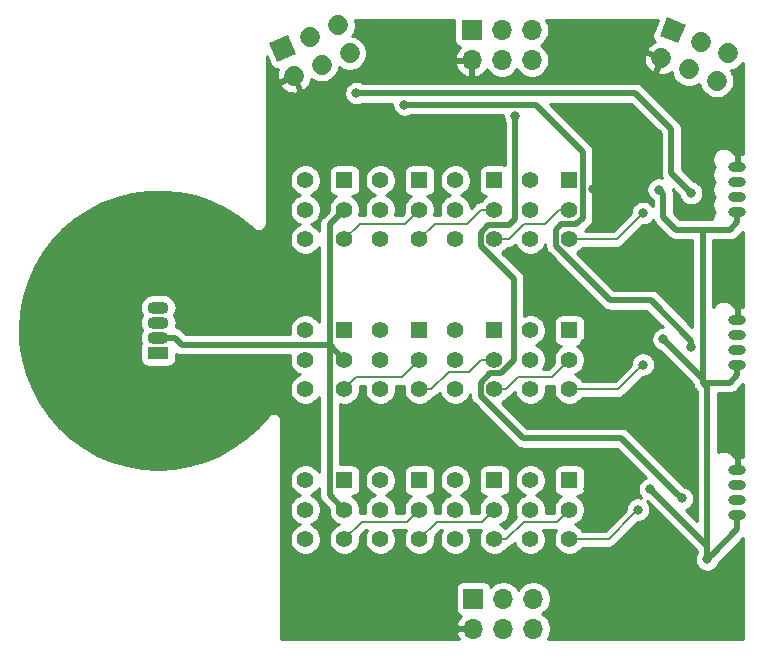
<source format=gbr>
G04 #@! TF.GenerationSoftware,KiCad,Pcbnew,(5.1.5)-3*
G04 #@! TF.CreationDate,2020-01-26T13:19:22+01:00*
G04 #@! TF.ProjectId,12bitbadge,31326269-7462-4616-9467-652e6b696361,rev?*
G04 #@! TF.SameCoordinates,Original*
G04 #@! TF.FileFunction,Copper,L2,Bot*
G04 #@! TF.FilePolarity,Positive*
%FSLAX46Y46*%
G04 Gerber Fmt 4.6, Leading zero omitted, Abs format (unit mm)*
G04 Created by KiCad (PCBNEW (5.1.5)-3) date 2020-01-26 13:19:22*
%MOMM*%
%LPD*%
G04 APERTURE LIST*
%ADD10C,1.400000*%
%ADD11R,1.400000X1.400000*%
%ADD12C,1.700000*%
%ADD13C,0.100000*%
%ADD14O,1.700000X1.700000*%
%ADD15R,1.700000X1.700000*%
%ADD16O,1.500000X0.800000*%
%ADD17O,1.800000X1.070000*%
%ADD18R,1.800000X1.070000*%
%ADD19C,0.800000*%
%ADD20C,0.200000*%
%ADD21C,0.500000*%
%ADD22C,0.254000*%
G04 APERTURE END LIST*
D10*
X173230000Y-81200000D03*
X173230000Y-78700000D03*
X173230000Y-76200000D03*
X176530000Y-81200000D03*
X176530000Y-78700000D03*
D11*
X176530000Y-76200000D03*
D10*
X166880000Y-81200000D03*
X166880000Y-78700000D03*
X166880000Y-76200000D03*
X170180000Y-81200000D03*
X170180000Y-78700000D03*
D11*
X170180000Y-76200000D03*
D10*
X160530000Y-81200000D03*
X160530000Y-78700000D03*
X160530000Y-76200000D03*
X163830000Y-81200000D03*
X163830000Y-78700000D03*
D11*
X163830000Y-76200000D03*
D10*
X154180000Y-81200000D03*
X154180000Y-78700000D03*
X154180000Y-76200000D03*
X157480000Y-81200000D03*
X157480000Y-78700000D03*
D11*
X157480000Y-76200000D03*
D10*
X173230000Y-68500000D03*
X173230000Y-66000000D03*
X173230000Y-63500000D03*
X176530000Y-68500000D03*
X176530000Y-66000000D03*
D11*
X176530000Y-63500000D03*
D10*
X166880000Y-68500000D03*
X166880000Y-66000000D03*
X166880000Y-63500000D03*
X170180000Y-68500000D03*
X170180000Y-66000000D03*
D11*
X170180000Y-63500000D03*
D10*
X160530000Y-68500000D03*
X160530000Y-66000000D03*
X160530000Y-63500000D03*
X163830000Y-68500000D03*
X163830000Y-66000000D03*
D11*
X163830000Y-63500000D03*
D10*
X154180000Y-68500000D03*
X154180000Y-66000000D03*
X154180000Y-63500000D03*
X157480000Y-68500000D03*
X157480000Y-66000000D03*
D11*
X157480000Y-63500000D03*
D10*
X173230000Y-55800000D03*
X173230000Y-53300000D03*
X173230000Y-50800000D03*
X176530000Y-55800000D03*
X176530000Y-53300000D03*
D11*
X176530000Y-50800000D03*
D10*
X166880000Y-55800000D03*
X166880000Y-53300000D03*
X166880000Y-50800000D03*
X170180000Y-55800000D03*
X170180000Y-53300000D03*
D11*
X170180000Y-50800000D03*
D10*
X160530000Y-55800000D03*
X160530000Y-53300000D03*
X160530000Y-50800000D03*
X163830000Y-55800000D03*
X163830000Y-53300000D03*
D11*
X163830000Y-50800000D03*
D10*
X154180000Y-55800000D03*
X154180000Y-53300000D03*
X154180000Y-50800000D03*
X157480000Y-55800000D03*
X157480000Y-53300000D03*
D11*
X157480000Y-50800000D03*
D12*
X189014292Y-42390686D02*
X189014292Y-42390686D01*
X189986308Y-40044032D02*
X189986308Y-40044032D01*
X186667638Y-41418670D02*
X186667638Y-41418670D01*
X187639654Y-39072016D02*
X187639654Y-39072016D01*
X184320984Y-40446654D02*
X184320984Y-40446654D01*
G04 #@! TA.AperFunction,ComponentPad*
D13*
G36*
X185753017Y-39210579D02*
G01*
X184182421Y-38560017D01*
X184832983Y-36989421D01*
X186403579Y-37639983D01*
X185753017Y-39210579D01*
G37*
G04 #@! TD.AperFunction*
D14*
X173355000Y-40640000D03*
X173355000Y-38100000D03*
X170815000Y-40640000D03*
X170815000Y-38100000D03*
X168275000Y-40640000D03*
D15*
X168275000Y-38100000D03*
D12*
X157921654Y-40048984D02*
X157921654Y-40048984D01*
X156949638Y-37702330D02*
X156949638Y-37702330D01*
X155575000Y-41021000D02*
X155575000Y-41021000D01*
X154602984Y-38674346D02*
X154602984Y-38674346D01*
X153228346Y-41993016D02*
X153228346Y-41993016D01*
G04 #@! TA.AperFunction,ComponentPad*
D13*
G36*
X153366909Y-40106379D02*
G01*
X151796313Y-40756941D01*
X151145751Y-39186345D01*
X152716347Y-38535783D01*
X153366909Y-40106379D01*
G37*
G04 #@! TD.AperFunction*
D14*
X173482000Y-88773000D03*
X173482000Y-86233000D03*
X170942000Y-88773000D03*
X170942000Y-86233000D03*
X168402000Y-88773000D03*
D15*
X168402000Y-86233000D03*
D16*
X190766000Y-75311000D03*
X190766000Y-76581000D03*
X190766000Y-77851000D03*
X190766000Y-79121000D03*
X190766000Y-62611000D03*
X190766000Y-63881000D03*
X190766000Y-65151000D03*
X190766000Y-66421000D03*
X190766000Y-49657000D03*
X190766000Y-50927000D03*
X190766000Y-52197000D03*
X190766000Y-53467000D03*
D17*
X141732000Y-61595000D03*
X141732000Y-62865000D03*
X141732000Y-64135000D03*
D18*
X141732000Y-65405000D03*
D19*
X184493994Y-64255994D03*
X184100000Y-51600000D03*
X183364997Y-76962005D03*
X188200000Y-82900000D03*
X182753000Y-46736000D03*
X185293000Y-44196000D03*
X181229000Y-45339000D03*
X183769000Y-42799000D03*
X181991000Y-46101000D03*
X184531000Y-43561000D03*
X180848000Y-57277000D03*
X180975000Y-70104000D03*
X180975000Y-82550000D03*
X189992000Y-70104000D03*
X189865000Y-57404000D03*
X178530012Y-51527466D03*
X177850000Y-64550000D03*
X178100002Y-76950000D03*
X158496000Y-43434000D03*
X186850000Y-51900000D03*
X162560000Y-44411010D03*
X186850000Y-64950000D03*
X171958000Y-45339000D03*
X186050000Y-77750000D03*
X182753000Y-53594000D03*
X182753000Y-66421000D03*
X182349998Y-78700000D03*
D20*
X166880000Y-55800000D02*
X166880000Y-55624000D01*
D21*
X190766000Y-66421000D02*
X190766000Y-67298000D01*
X190766000Y-67298000D02*
X190107999Y-67956001D01*
X190766000Y-53467000D02*
X190766000Y-54367000D01*
X190766000Y-54367000D02*
X190130999Y-55002001D01*
X143747000Y-64750000D02*
X143132000Y-64135000D01*
X143132000Y-64135000D02*
X141732000Y-64135000D01*
X156230000Y-64750000D02*
X143747000Y-64750000D01*
X157480000Y-66000000D02*
X156230000Y-64750000D01*
X156230000Y-54550000D02*
X157480000Y-53300000D01*
X156230000Y-64750000D02*
X156230000Y-54550000D01*
X156230000Y-77450000D02*
X157480000Y-78700000D01*
X156230000Y-64750000D02*
X156230000Y-77450000D01*
X187844001Y-55002001D02*
X187833000Y-54991000D01*
X187844001Y-67956001D02*
X187844001Y-55002001D01*
X190130999Y-55002001D02*
X187833000Y-54991000D01*
X190107999Y-67956001D02*
X187844001Y-67956001D01*
X187844001Y-67606001D02*
X184893993Y-64655993D01*
X187844001Y-67956001D02*
X187844001Y-67606001D01*
X184893993Y-64655993D02*
X184493994Y-64255994D01*
X184499999Y-51999999D02*
X184100000Y-51600000D01*
X184499999Y-53949999D02*
X184499999Y-51999999D01*
X187833000Y-54991000D02*
X185541000Y-54991000D01*
X185541000Y-54991000D02*
X184499999Y-53949999D01*
X188200000Y-68312000D02*
X188200000Y-82334315D01*
X188599999Y-82500001D02*
X188200000Y-82900000D01*
X187844001Y-67956001D02*
X188200000Y-68312000D01*
X190766000Y-79121000D02*
X190766000Y-80334000D01*
X190766000Y-80334000D02*
X188599999Y-82500001D01*
X188200000Y-82334315D02*
X188200000Y-82900000D01*
X183364997Y-76962005D02*
X188200000Y-81797008D01*
X188200000Y-81797008D02*
X188200000Y-82900000D01*
X182118000Y-43434000D02*
X159061685Y-43434000D01*
X159061685Y-43434000D02*
X158496000Y-43434000D01*
X185166000Y-46482000D02*
X182118000Y-43434000D01*
X185166000Y-50216000D02*
X185166000Y-46482000D01*
X186850000Y-51900000D02*
X185166000Y-50216000D01*
X163125685Y-44411010D02*
X162560000Y-44411010D01*
X175379999Y-56352001D02*
X175379999Y-54998001D01*
X186850000Y-64384315D02*
X183425685Y-60960000D01*
X179987998Y-60960000D02*
X175379999Y-56352001D01*
X177680001Y-53999999D02*
X177680001Y-48384999D01*
X186850000Y-64950000D02*
X186850000Y-64384315D01*
X177680001Y-48384999D02*
X173706012Y-44411010D01*
X175379999Y-54998001D02*
X175828001Y-54549999D01*
X183425685Y-60960000D02*
X179987998Y-60960000D01*
X175828001Y-54549999D02*
X177130001Y-54549999D01*
X177130001Y-54549999D02*
X177680001Y-53999999D01*
X173706012Y-44411010D02*
X163125685Y-44411010D01*
X171958000Y-54086170D02*
X171434170Y-54610000D01*
X171958000Y-45339000D02*
X171958000Y-54086170D01*
X170732001Y-67150001D02*
X169827997Y-67150001D01*
X169029999Y-67947999D02*
X169029999Y-69052001D01*
X169029999Y-56352001D02*
X171831000Y-59153002D01*
X185650001Y-77350001D02*
X186050000Y-77750000D01*
X172621998Y-72644000D02*
X180944000Y-72644000D01*
X171831000Y-59153002D02*
X171831000Y-66051002D01*
X169029999Y-55247999D02*
X169029999Y-56352001D01*
X171434170Y-54610000D02*
X169667998Y-54610000D01*
X171831000Y-66051002D02*
X170732001Y-67150001D01*
X169667998Y-54610000D02*
X169029999Y-55247999D01*
X180944000Y-72644000D02*
X185650001Y-77350001D01*
X169029999Y-69052001D02*
X172621998Y-72644000D01*
X169827997Y-67150001D02*
X169029999Y-67947999D01*
D20*
X163130001Y-53999999D02*
X163830000Y-53300000D01*
X157480000Y-55800000D02*
X158797000Y-54483000D01*
X162647000Y-54483000D02*
X163130001Y-53999999D01*
X158797000Y-54483000D02*
X162647000Y-54483000D01*
X169077000Y-53300000D02*
X170180000Y-53300000D01*
X163830000Y-55800000D02*
X165147000Y-54483000D01*
X167894000Y-54483000D02*
X169077000Y-53300000D01*
X165147000Y-54483000D02*
X167894000Y-54483000D01*
X170180000Y-55800000D02*
X171403000Y-55800000D01*
X175681000Y-53300000D02*
X176530000Y-53300000D01*
X174498000Y-54483000D02*
X175681000Y-53300000D01*
X172720000Y-54483000D02*
X174498000Y-54483000D01*
X171403000Y-55800000D02*
X172720000Y-54483000D01*
X180547000Y-55800000D02*
X176530000Y-55800000D01*
X182753000Y-53594000D02*
X180547000Y-55800000D01*
X162330001Y-67499999D02*
X163130001Y-66699999D01*
X158480001Y-67499999D02*
X162330001Y-67499999D01*
X163130001Y-66699999D02*
X163830000Y-66000000D01*
X157480000Y-68500000D02*
X158480001Y-67499999D01*
X170140000Y-66040000D02*
X170180000Y-66000000D01*
X169037000Y-66040000D02*
X170140000Y-66040000D01*
X168076999Y-67000001D02*
X169037000Y-66040000D01*
X166319948Y-67000001D02*
X168076999Y-67000001D01*
X163830000Y-68500000D02*
X164819949Y-68500000D01*
X164819949Y-68500000D02*
X166319948Y-67000001D01*
X175830001Y-66699999D02*
X176530000Y-66000000D01*
X175030001Y-67499999D02*
X175830001Y-66699999D01*
X172149001Y-67499999D02*
X175030001Y-67499999D01*
X170180000Y-68500000D02*
X171149000Y-68500000D01*
X171149000Y-68500000D02*
X172149001Y-67499999D01*
X180674000Y-68500000D02*
X182353001Y-66820999D01*
X182353001Y-66820999D02*
X182753000Y-66421000D01*
X176530000Y-68500000D02*
X180674000Y-68500000D01*
X163130001Y-79399999D02*
X163830000Y-78700000D01*
X162829999Y-79700001D02*
X163130001Y-79399999D01*
X158979999Y-79700001D02*
X162829999Y-79700001D01*
X157480000Y-81200000D02*
X158979999Y-79700001D01*
X169480001Y-79399999D02*
X170180000Y-78700000D01*
X169179999Y-79700001D02*
X169480001Y-79399999D01*
X165329999Y-79700001D02*
X169179999Y-79700001D01*
X163830000Y-81200000D02*
X165329999Y-79700001D01*
X175830001Y-79399999D02*
X176530000Y-78700000D01*
X175529999Y-79700001D02*
X175830001Y-79399999D01*
X171169949Y-81200000D02*
X172669948Y-79700001D01*
X172669948Y-79700001D02*
X175529999Y-79700001D01*
X170180000Y-81200000D02*
X171169949Y-81200000D01*
X179849998Y-81200000D02*
X181949999Y-79099999D01*
X181949999Y-79099999D02*
X182349998Y-78700000D01*
X176530000Y-81200000D02*
X179849998Y-81200000D01*
D22*
G36*
X166786928Y-37250000D02*
G01*
X166786928Y-38950000D01*
X166799188Y-39074482D01*
X166835498Y-39194180D01*
X166894463Y-39304494D01*
X166973815Y-39401185D01*
X167070506Y-39480537D01*
X167180820Y-39539502D01*
X167256626Y-39562498D01*
X167079822Y-39758645D01*
X166930843Y-40008748D01*
X166833519Y-40283109D01*
X166954186Y-40513000D01*
X168148000Y-40513000D01*
X168148000Y-40493000D01*
X168402000Y-40493000D01*
X168402000Y-40513000D01*
X168422000Y-40513000D01*
X168422000Y-40767000D01*
X168402000Y-40767000D01*
X168402000Y-41960155D01*
X168631890Y-42081476D01*
X168779099Y-42036825D01*
X169041920Y-41911641D01*
X169275269Y-41737588D01*
X169470178Y-41521355D01*
X169539805Y-41404466D01*
X169661525Y-41586632D01*
X169868368Y-41793475D01*
X170111589Y-41955990D01*
X170381842Y-42067932D01*
X170668740Y-42125000D01*
X170961260Y-42125000D01*
X171248158Y-42067932D01*
X171518411Y-41955990D01*
X171761632Y-41793475D01*
X171968475Y-41586632D01*
X172085000Y-41412240D01*
X172201525Y-41586632D01*
X172408368Y-41793475D01*
X172651589Y-41955990D01*
X172921842Y-42067932D01*
X173208740Y-42125000D01*
X173501260Y-42125000D01*
X173788158Y-42067932D01*
X174058411Y-41955990D01*
X174301632Y-41793475D01*
X174508475Y-41586632D01*
X174670990Y-41343411D01*
X174782932Y-41073158D01*
X174840000Y-40786260D01*
X174840000Y-40515468D01*
X182837575Y-40515468D01*
X182879504Y-40803545D01*
X182976827Y-41077907D01*
X183125806Y-41328010D01*
X183320715Y-41544242D01*
X183439632Y-41641828D01*
X183698450Y-41617717D01*
X184155051Y-40515386D01*
X183052110Y-40058533D01*
X182852653Y-40224747D01*
X182837575Y-40515468D01*
X174840000Y-40515468D01*
X174840000Y-40493740D01*
X174782932Y-40206842D01*
X174670990Y-39936589D01*
X174508475Y-39693368D01*
X174301632Y-39486525D01*
X174127240Y-39370000D01*
X174301632Y-39253475D01*
X174508475Y-39046632D01*
X174670990Y-38803411D01*
X174782932Y-38533158D01*
X174840000Y-38246260D01*
X174840000Y-37953740D01*
X174782932Y-37666842D01*
X174670990Y-37396589D01*
X174563688Y-37236000D01*
X184040202Y-37236000D01*
X183592919Y-38315837D01*
X183556609Y-38435535D01*
X183544349Y-38560017D01*
X183556609Y-38684499D01*
X183592919Y-38804197D01*
X183651884Y-38914511D01*
X183731236Y-39011202D01*
X183792472Y-39061457D01*
X183554063Y-39175013D01*
X183320715Y-39349067D01*
X183125805Y-39565299D01*
X183149312Y-39823868D01*
X184252252Y-40280721D01*
X184259906Y-40262243D01*
X184494571Y-40359444D01*
X184486917Y-40377922D01*
X184505395Y-40385576D01*
X184408194Y-40620241D01*
X184389716Y-40612587D01*
X183933115Y-41714919D01*
X184099078Y-41914980D01*
X184252169Y-41930062D01*
X184542890Y-41914985D01*
X184825083Y-41843479D01*
X185087905Y-41718295D01*
X185196963Y-41636948D01*
X185239706Y-41851828D01*
X185351648Y-42122081D01*
X185514163Y-42365302D01*
X185721006Y-42572145D01*
X185964227Y-42734660D01*
X186234480Y-42846602D01*
X186521378Y-42903670D01*
X186813898Y-42903670D01*
X187100796Y-42846602D01*
X187371049Y-42734660D01*
X187545442Y-42618135D01*
X187586360Y-42823844D01*
X187698302Y-43094097D01*
X187860817Y-43337318D01*
X188067660Y-43544161D01*
X188310881Y-43706676D01*
X188581134Y-43818618D01*
X188868032Y-43875686D01*
X189160552Y-43875686D01*
X189447450Y-43818618D01*
X189717703Y-43706676D01*
X189960924Y-43544161D01*
X190167767Y-43337318D01*
X190330282Y-43094097D01*
X190442224Y-42823844D01*
X190499292Y-42536946D01*
X190499292Y-42244426D01*
X190442224Y-41957528D01*
X190330282Y-41687275D01*
X190213757Y-41512882D01*
X190419466Y-41471964D01*
X190689719Y-41360022D01*
X190932940Y-41197507D01*
X191139783Y-40990664D01*
X191237001Y-40845167D01*
X191237001Y-48622000D01*
X190893000Y-48622000D01*
X190893000Y-49530000D01*
X190913000Y-49530000D01*
X190913000Y-49784000D01*
X190893000Y-49784000D01*
X190893000Y-49804000D01*
X190639000Y-49804000D01*
X190639000Y-49784000D01*
X190619000Y-49784000D01*
X190619000Y-49530000D01*
X190639000Y-49530000D01*
X190639000Y-48622000D01*
X190511471Y-48622000D01*
X190483896Y-48555428D01*
X190376099Y-48394099D01*
X190238901Y-48256901D01*
X190077572Y-48149104D01*
X189898314Y-48074853D01*
X189708014Y-48037000D01*
X189513986Y-48037000D01*
X189323686Y-48074853D01*
X189144428Y-48149104D01*
X188983099Y-48256901D01*
X188845901Y-48394099D01*
X188738104Y-48555428D01*
X188663853Y-48734686D01*
X188626000Y-48924986D01*
X188626000Y-49119014D01*
X188663853Y-49309314D01*
X188738104Y-49488572D01*
X188845901Y-49649901D01*
X188853000Y-49657000D01*
X188845901Y-49664099D01*
X188738104Y-49825428D01*
X188663853Y-50004686D01*
X188626000Y-50194986D01*
X188626000Y-50389014D01*
X188663853Y-50579314D01*
X188738104Y-50758572D01*
X188845901Y-50919901D01*
X188853000Y-50927000D01*
X188845901Y-50934099D01*
X188738104Y-51095428D01*
X188663853Y-51274686D01*
X188626000Y-51464986D01*
X188626000Y-51659014D01*
X188663853Y-51849314D01*
X188738104Y-52028572D01*
X188845901Y-52189901D01*
X188853000Y-52197000D01*
X188845901Y-52204099D01*
X188738104Y-52365428D01*
X188663853Y-52544686D01*
X188626000Y-52734986D01*
X188626000Y-52929014D01*
X188663853Y-53119314D01*
X188738104Y-53298572D01*
X188845901Y-53459901D01*
X188853000Y-53467000D01*
X188845901Y-53474099D01*
X188738104Y-53635428D01*
X188663853Y-53814686D01*
X188626000Y-54004986D01*
X188626000Y-54109787D01*
X187878600Y-54106209D01*
X187876477Y-54106000D01*
X187876469Y-54106000D01*
X187833000Y-54101719D01*
X187789531Y-54106000D01*
X185907579Y-54106000D01*
X185384999Y-53583421D01*
X185384999Y-52043465D01*
X185389280Y-51999998D01*
X185384999Y-51956532D01*
X185384999Y-51956522D01*
X185372194Y-51826509D01*
X185321588Y-51659686D01*
X185279654Y-51581233D01*
X185843465Y-52145044D01*
X185854774Y-52201898D01*
X185932795Y-52390256D01*
X186046063Y-52559774D01*
X186190226Y-52703937D01*
X186359744Y-52817205D01*
X186548102Y-52895226D01*
X186748061Y-52935000D01*
X186951939Y-52935000D01*
X187151898Y-52895226D01*
X187340256Y-52817205D01*
X187509774Y-52703937D01*
X187653937Y-52559774D01*
X187767205Y-52390256D01*
X187845226Y-52201898D01*
X187885000Y-52001939D01*
X187885000Y-51798061D01*
X187845226Y-51598102D01*
X187767205Y-51409744D01*
X187653937Y-51240226D01*
X187509774Y-51096063D01*
X187340256Y-50982795D01*
X187151898Y-50904774D01*
X187095044Y-50893465D01*
X186051000Y-49849422D01*
X186051000Y-46525469D01*
X186055281Y-46482000D01*
X186051000Y-46438531D01*
X186051000Y-46438523D01*
X186038195Y-46308510D01*
X185987589Y-46141687D01*
X185905411Y-45987941D01*
X185794817Y-45853183D01*
X185761049Y-45825470D01*
X182774534Y-42838956D01*
X182746817Y-42805183D01*
X182612059Y-42694589D01*
X182458313Y-42612411D01*
X182291490Y-42561805D01*
X182161477Y-42549000D01*
X182161469Y-42549000D01*
X182118000Y-42544719D01*
X182074531Y-42549000D01*
X159034454Y-42549000D01*
X158986256Y-42516795D01*
X158797898Y-42438774D01*
X158597939Y-42399000D01*
X158394061Y-42399000D01*
X158194102Y-42438774D01*
X158005744Y-42516795D01*
X157836226Y-42630063D01*
X157692063Y-42774226D01*
X157578795Y-42943744D01*
X157500774Y-43132102D01*
X157461000Y-43332061D01*
X157461000Y-43535939D01*
X157500774Y-43735898D01*
X157578795Y-43924256D01*
X157692063Y-44093774D01*
X157836226Y-44237937D01*
X158005744Y-44351205D01*
X158194102Y-44429226D01*
X158394061Y-44469000D01*
X158597939Y-44469000D01*
X158797898Y-44429226D01*
X158986256Y-44351205D01*
X159034454Y-44319000D01*
X161525000Y-44319000D01*
X161525000Y-44512949D01*
X161564774Y-44712908D01*
X161642795Y-44901266D01*
X161756063Y-45070784D01*
X161900226Y-45214947D01*
X162069744Y-45328215D01*
X162258102Y-45406236D01*
X162458061Y-45446010D01*
X162661939Y-45446010D01*
X162861898Y-45406236D01*
X163050256Y-45328215D01*
X163098454Y-45296010D01*
X170923000Y-45296010D01*
X170923000Y-45440939D01*
X170962774Y-45640898D01*
X171040795Y-45829256D01*
X171073000Y-45877454D01*
X171073000Y-49494973D01*
X171004482Y-49474188D01*
X170880000Y-49461928D01*
X169480000Y-49461928D01*
X169355518Y-49474188D01*
X169235820Y-49510498D01*
X169125506Y-49569463D01*
X169028815Y-49648815D01*
X168949463Y-49745506D01*
X168890498Y-49855820D01*
X168854188Y-49975518D01*
X168841928Y-50100000D01*
X168841928Y-51500000D01*
X168854188Y-51624482D01*
X168890498Y-51744180D01*
X168949463Y-51854494D01*
X169028815Y-51951185D01*
X169125506Y-52030537D01*
X169235820Y-52089502D01*
X169355518Y-52125812D01*
X169480000Y-52138072D01*
X169516013Y-52138072D01*
X169328987Y-52263038D01*
X169143038Y-52448987D01*
X169067256Y-52562404D01*
X168932915Y-52575635D01*
X168794366Y-52617663D01*
X168670263Y-52683998D01*
X168666680Y-52685913D01*
X168554762Y-52777762D01*
X168531746Y-52805807D01*
X168207375Y-53130179D01*
X168163696Y-52910595D01*
X168063061Y-52667641D01*
X167916962Y-52448987D01*
X167731013Y-52263038D01*
X167512359Y-52116939D01*
X167350754Y-52050000D01*
X167512359Y-51983061D01*
X167731013Y-51836962D01*
X167916962Y-51651013D01*
X168063061Y-51432359D01*
X168163696Y-51189405D01*
X168215000Y-50931486D01*
X168215000Y-50668514D01*
X168163696Y-50410595D01*
X168063061Y-50167641D01*
X167916962Y-49948987D01*
X167731013Y-49763038D01*
X167512359Y-49616939D01*
X167269405Y-49516304D01*
X167011486Y-49465000D01*
X166748514Y-49465000D01*
X166490595Y-49516304D01*
X166247641Y-49616939D01*
X166028987Y-49763038D01*
X165843038Y-49948987D01*
X165696939Y-50167641D01*
X165596304Y-50410595D01*
X165545000Y-50668514D01*
X165545000Y-50931486D01*
X165596304Y-51189405D01*
X165696939Y-51432359D01*
X165843038Y-51651013D01*
X166028987Y-51836962D01*
X166247641Y-51983061D01*
X166409246Y-52050000D01*
X166247641Y-52116939D01*
X166028987Y-52263038D01*
X165843038Y-52448987D01*
X165696939Y-52667641D01*
X165596304Y-52910595D01*
X165545000Y-53168514D01*
X165545000Y-53431486D01*
X165596304Y-53689405D01*
X165620575Y-53748000D01*
X165183094Y-53748000D01*
X165146999Y-53744445D01*
X165110904Y-53748000D01*
X165110895Y-53748000D01*
X165088512Y-53750205D01*
X165113696Y-53689405D01*
X165165000Y-53431486D01*
X165165000Y-53168514D01*
X165113696Y-52910595D01*
X165013061Y-52667641D01*
X164866962Y-52448987D01*
X164681013Y-52263038D01*
X164493987Y-52138072D01*
X164530000Y-52138072D01*
X164654482Y-52125812D01*
X164774180Y-52089502D01*
X164884494Y-52030537D01*
X164981185Y-51951185D01*
X165060537Y-51854494D01*
X165119502Y-51744180D01*
X165155812Y-51624482D01*
X165168072Y-51500000D01*
X165168072Y-50100000D01*
X165155812Y-49975518D01*
X165119502Y-49855820D01*
X165060537Y-49745506D01*
X164981185Y-49648815D01*
X164884494Y-49569463D01*
X164774180Y-49510498D01*
X164654482Y-49474188D01*
X164530000Y-49461928D01*
X163130000Y-49461928D01*
X163005518Y-49474188D01*
X162885820Y-49510498D01*
X162775506Y-49569463D01*
X162678815Y-49648815D01*
X162599463Y-49745506D01*
X162540498Y-49855820D01*
X162504188Y-49975518D01*
X162491928Y-50100000D01*
X162491928Y-51500000D01*
X162504188Y-51624482D01*
X162540498Y-51744180D01*
X162599463Y-51854494D01*
X162678815Y-51951185D01*
X162775506Y-52030537D01*
X162885820Y-52089502D01*
X163005518Y-52125812D01*
X163130000Y-52138072D01*
X163166013Y-52138072D01*
X162978987Y-52263038D01*
X162793038Y-52448987D01*
X162646939Y-52667641D01*
X162546304Y-52910595D01*
X162495000Y-53168514D01*
X162495000Y-53431486D01*
X162522221Y-53568333D01*
X162342554Y-53748000D01*
X161789425Y-53748000D01*
X161813696Y-53689405D01*
X161865000Y-53431486D01*
X161865000Y-53168514D01*
X161813696Y-52910595D01*
X161713061Y-52667641D01*
X161566962Y-52448987D01*
X161381013Y-52263038D01*
X161162359Y-52116939D01*
X161000754Y-52050000D01*
X161162359Y-51983061D01*
X161381013Y-51836962D01*
X161566962Y-51651013D01*
X161713061Y-51432359D01*
X161813696Y-51189405D01*
X161865000Y-50931486D01*
X161865000Y-50668514D01*
X161813696Y-50410595D01*
X161713061Y-50167641D01*
X161566962Y-49948987D01*
X161381013Y-49763038D01*
X161162359Y-49616939D01*
X160919405Y-49516304D01*
X160661486Y-49465000D01*
X160398514Y-49465000D01*
X160140595Y-49516304D01*
X159897641Y-49616939D01*
X159678987Y-49763038D01*
X159493038Y-49948987D01*
X159346939Y-50167641D01*
X159246304Y-50410595D01*
X159195000Y-50668514D01*
X159195000Y-50931486D01*
X159246304Y-51189405D01*
X159346939Y-51432359D01*
X159493038Y-51651013D01*
X159678987Y-51836962D01*
X159897641Y-51983061D01*
X160059246Y-52050000D01*
X159897641Y-52116939D01*
X159678987Y-52263038D01*
X159493038Y-52448987D01*
X159346939Y-52667641D01*
X159246304Y-52910595D01*
X159195000Y-53168514D01*
X159195000Y-53431486D01*
X159246304Y-53689405D01*
X159270575Y-53748000D01*
X158833094Y-53748000D01*
X158796999Y-53744445D01*
X158760904Y-53748000D01*
X158760895Y-53748000D01*
X158738512Y-53750205D01*
X158763696Y-53689405D01*
X158815000Y-53431486D01*
X158815000Y-53168514D01*
X158763696Y-52910595D01*
X158663061Y-52667641D01*
X158516962Y-52448987D01*
X158331013Y-52263038D01*
X158143987Y-52138072D01*
X158180000Y-52138072D01*
X158304482Y-52125812D01*
X158424180Y-52089502D01*
X158534494Y-52030537D01*
X158631185Y-51951185D01*
X158710537Y-51854494D01*
X158769502Y-51744180D01*
X158805812Y-51624482D01*
X158818072Y-51500000D01*
X158818072Y-50100000D01*
X158805812Y-49975518D01*
X158769502Y-49855820D01*
X158710537Y-49745506D01*
X158631185Y-49648815D01*
X158534494Y-49569463D01*
X158424180Y-49510498D01*
X158304482Y-49474188D01*
X158180000Y-49461928D01*
X156780000Y-49461928D01*
X156655518Y-49474188D01*
X156535820Y-49510498D01*
X156425506Y-49569463D01*
X156328815Y-49648815D01*
X156249463Y-49745506D01*
X156190498Y-49855820D01*
X156154188Y-49975518D01*
X156141928Y-50100000D01*
X156141928Y-51500000D01*
X156154188Y-51624482D01*
X156190498Y-51744180D01*
X156249463Y-51854494D01*
X156328815Y-51951185D01*
X156425506Y-52030537D01*
X156535820Y-52089502D01*
X156655518Y-52125812D01*
X156780000Y-52138072D01*
X156816013Y-52138072D01*
X156628987Y-52263038D01*
X156443038Y-52448987D01*
X156296939Y-52667641D01*
X156196304Y-52910595D01*
X156145000Y-53168514D01*
X156145000Y-53383422D01*
X155634951Y-53893471D01*
X155601184Y-53921183D01*
X155573471Y-53954951D01*
X155573468Y-53954954D01*
X155490590Y-54055941D01*
X155408412Y-54209687D01*
X155357805Y-54376510D01*
X155340719Y-54550000D01*
X155345001Y-54593479D01*
X155345001Y-55140612D01*
X155216962Y-54948987D01*
X155031013Y-54763038D01*
X154812359Y-54616939D01*
X154650754Y-54550000D01*
X154812359Y-54483061D01*
X155031013Y-54336962D01*
X155216962Y-54151013D01*
X155363061Y-53932359D01*
X155463696Y-53689405D01*
X155515000Y-53431486D01*
X155515000Y-53168514D01*
X155463696Y-52910595D01*
X155363061Y-52667641D01*
X155216962Y-52448987D01*
X155031013Y-52263038D01*
X154812359Y-52116939D01*
X154650754Y-52050000D01*
X154812359Y-51983061D01*
X155031013Y-51836962D01*
X155216962Y-51651013D01*
X155363061Y-51432359D01*
X155463696Y-51189405D01*
X155515000Y-50931486D01*
X155515000Y-50668514D01*
X155463696Y-50410595D01*
X155363061Y-50167641D01*
X155216962Y-49948987D01*
X155031013Y-49763038D01*
X154812359Y-49616939D01*
X154569405Y-49516304D01*
X154311486Y-49465000D01*
X154048514Y-49465000D01*
X153790595Y-49516304D01*
X153547641Y-49616939D01*
X153328987Y-49763038D01*
X153143038Y-49948987D01*
X152996939Y-50167641D01*
X152896304Y-50410595D01*
X152845000Y-50668514D01*
X152845000Y-50931486D01*
X152896304Y-51189405D01*
X152996939Y-51432359D01*
X153143038Y-51651013D01*
X153328987Y-51836962D01*
X153547641Y-51983061D01*
X153709246Y-52050000D01*
X153547641Y-52116939D01*
X153328987Y-52263038D01*
X153143038Y-52448987D01*
X152996939Y-52667641D01*
X152896304Y-52910595D01*
X152845000Y-53168514D01*
X152845000Y-53431486D01*
X152896304Y-53689405D01*
X152996939Y-53932359D01*
X153143038Y-54151013D01*
X153328987Y-54336962D01*
X153547641Y-54483061D01*
X153709246Y-54550000D01*
X153547641Y-54616939D01*
X153328987Y-54763038D01*
X153143038Y-54948987D01*
X152996939Y-55167641D01*
X152896304Y-55410595D01*
X152845000Y-55668514D01*
X152845000Y-55931486D01*
X152896304Y-56189405D01*
X152996939Y-56432359D01*
X153143038Y-56651013D01*
X153328987Y-56836962D01*
X153547641Y-56983061D01*
X153790595Y-57083696D01*
X154048514Y-57135000D01*
X154311486Y-57135000D01*
X154569405Y-57083696D01*
X154812359Y-56983061D01*
X155031013Y-56836962D01*
X155216962Y-56651013D01*
X155345001Y-56459388D01*
X155345000Y-62840611D01*
X155216962Y-62648987D01*
X155031013Y-62463038D01*
X154812359Y-62316939D01*
X154569405Y-62216304D01*
X154311486Y-62165000D01*
X154048514Y-62165000D01*
X153790595Y-62216304D01*
X153547641Y-62316939D01*
X153328987Y-62463038D01*
X153143038Y-62648987D01*
X152996939Y-62867641D01*
X152896304Y-63110595D01*
X152845000Y-63368514D01*
X152845000Y-63631486D01*
X152891449Y-63865000D01*
X144113579Y-63865000D01*
X143788534Y-63539956D01*
X143760817Y-63506183D01*
X143626059Y-63395589D01*
X143472313Y-63313411D01*
X143305490Y-63262805D01*
X143202064Y-63252619D01*
X143250071Y-63094360D01*
X143272661Y-62865000D01*
X143250071Y-62635640D01*
X143183169Y-62415094D01*
X143084234Y-62230000D01*
X143183169Y-62044906D01*
X143250071Y-61824360D01*
X143272661Y-61595000D01*
X143250071Y-61365640D01*
X143183169Y-61145094D01*
X143074526Y-60941838D01*
X142928318Y-60763682D01*
X142750162Y-60617474D01*
X142546906Y-60508831D01*
X142326360Y-60441929D01*
X142154477Y-60425000D01*
X141309523Y-60425000D01*
X141137640Y-60441929D01*
X140917094Y-60508831D01*
X140713838Y-60617474D01*
X140535682Y-60763682D01*
X140389474Y-60941838D01*
X140280831Y-61145094D01*
X140213929Y-61365640D01*
X140191339Y-61595000D01*
X140213929Y-61824360D01*
X140280831Y-62044906D01*
X140379766Y-62230000D01*
X140280831Y-62415094D01*
X140213929Y-62635640D01*
X140191339Y-62865000D01*
X140213929Y-63094360D01*
X140280831Y-63314906D01*
X140379766Y-63500000D01*
X140280831Y-63685094D01*
X140213929Y-63905640D01*
X140191339Y-64135000D01*
X140213929Y-64364360D01*
X140274870Y-64565257D01*
X140242498Y-64625820D01*
X140206188Y-64745518D01*
X140193928Y-64870000D01*
X140193928Y-65940000D01*
X140206188Y-66064482D01*
X140242498Y-66184180D01*
X140301463Y-66294494D01*
X140380815Y-66391185D01*
X140477506Y-66470537D01*
X140587820Y-66529502D01*
X140707518Y-66565812D01*
X140832000Y-66578072D01*
X142632000Y-66578072D01*
X142756482Y-66565812D01*
X142876180Y-66529502D01*
X142986494Y-66470537D01*
X143083185Y-66391185D01*
X143162537Y-66294494D01*
X143221502Y-66184180D01*
X143257812Y-66064482D01*
X143270072Y-65940000D01*
X143270072Y-65498568D01*
X143406687Y-65571589D01*
X143573510Y-65622195D01*
X143703523Y-65635000D01*
X143703533Y-65635000D01*
X143746999Y-65639281D01*
X143790465Y-65635000D01*
X152891449Y-65635000D01*
X152845000Y-65868514D01*
X152845000Y-66131486D01*
X152896304Y-66389405D01*
X152996939Y-66632359D01*
X153143038Y-66851013D01*
X153328987Y-67036962D01*
X153547641Y-67183061D01*
X153709246Y-67250000D01*
X153547641Y-67316939D01*
X153328987Y-67463038D01*
X153143038Y-67648987D01*
X152996939Y-67867641D01*
X152896304Y-68110595D01*
X152845000Y-68368514D01*
X152845000Y-68631486D01*
X152896304Y-68889405D01*
X152996939Y-69132359D01*
X153143038Y-69351013D01*
X153328987Y-69536962D01*
X153547641Y-69683061D01*
X153790595Y-69783696D01*
X154048514Y-69835000D01*
X154311486Y-69835000D01*
X154569405Y-69783696D01*
X154812359Y-69683061D01*
X155031013Y-69536962D01*
X155216962Y-69351013D01*
X155345000Y-69159389D01*
X155345001Y-75540612D01*
X155216962Y-75348987D01*
X155031013Y-75163038D01*
X154812359Y-75016939D01*
X154569405Y-74916304D01*
X154311486Y-74865000D01*
X154048514Y-74865000D01*
X153790595Y-74916304D01*
X153547641Y-75016939D01*
X153328987Y-75163038D01*
X153143038Y-75348987D01*
X152996939Y-75567641D01*
X152896304Y-75810595D01*
X152845000Y-76068514D01*
X152845000Y-76331486D01*
X152896304Y-76589405D01*
X152996939Y-76832359D01*
X153143038Y-77051013D01*
X153328987Y-77236962D01*
X153547641Y-77383061D01*
X153709246Y-77450000D01*
X153547641Y-77516939D01*
X153328987Y-77663038D01*
X153143038Y-77848987D01*
X152996939Y-78067641D01*
X152896304Y-78310595D01*
X152845000Y-78568514D01*
X152845000Y-78831486D01*
X152896304Y-79089405D01*
X152996939Y-79332359D01*
X153143038Y-79551013D01*
X153328987Y-79736962D01*
X153547641Y-79883061D01*
X153709246Y-79950000D01*
X153547641Y-80016939D01*
X153328987Y-80163038D01*
X153143038Y-80348987D01*
X152996939Y-80567641D01*
X152896304Y-80810595D01*
X152845000Y-81068514D01*
X152845000Y-81331486D01*
X152896304Y-81589405D01*
X152996939Y-81832359D01*
X153143038Y-82051013D01*
X153328987Y-82236962D01*
X153547641Y-82383061D01*
X153790595Y-82483696D01*
X154048514Y-82535000D01*
X154311486Y-82535000D01*
X154569405Y-82483696D01*
X154812359Y-82383061D01*
X155031013Y-82236962D01*
X155216962Y-82051013D01*
X155363061Y-81832359D01*
X155463696Y-81589405D01*
X155515000Y-81331486D01*
X155515000Y-81068514D01*
X155463696Y-80810595D01*
X155363061Y-80567641D01*
X155216962Y-80348987D01*
X155031013Y-80163038D01*
X154812359Y-80016939D01*
X154650754Y-79950000D01*
X154812359Y-79883061D01*
X155031013Y-79736962D01*
X155216962Y-79551013D01*
X155363061Y-79332359D01*
X155463696Y-79089405D01*
X155515000Y-78831486D01*
X155515000Y-78568514D01*
X155463696Y-78310595D01*
X155363061Y-78067641D01*
X155216962Y-77848987D01*
X155031013Y-77663038D01*
X154812359Y-77516939D01*
X154650754Y-77450000D01*
X154812359Y-77383061D01*
X155031013Y-77236962D01*
X155216962Y-77051013D01*
X155345001Y-76859388D01*
X155345001Y-77406521D01*
X155340719Y-77450000D01*
X155357805Y-77623490D01*
X155408412Y-77790313D01*
X155490590Y-77944059D01*
X155573468Y-78045046D01*
X155573471Y-78045049D01*
X155601184Y-78078817D01*
X155634951Y-78106529D01*
X156145000Y-78616578D01*
X156145000Y-78831486D01*
X156196304Y-79089405D01*
X156296939Y-79332359D01*
X156443038Y-79551013D01*
X156628987Y-79736962D01*
X156847641Y-79883061D01*
X157009246Y-79950000D01*
X156847641Y-80016939D01*
X156628987Y-80163038D01*
X156443038Y-80348987D01*
X156296939Y-80567641D01*
X156196304Y-80810595D01*
X156145000Y-81068514D01*
X156145000Y-81331486D01*
X156196304Y-81589405D01*
X156296939Y-81832359D01*
X156443038Y-82051013D01*
X156628987Y-82236962D01*
X156847641Y-82383061D01*
X157090595Y-82483696D01*
X157348514Y-82535000D01*
X157611486Y-82535000D01*
X157869405Y-82483696D01*
X158112359Y-82383061D01*
X158331013Y-82236962D01*
X158516962Y-82051013D01*
X158663061Y-81832359D01*
X158763696Y-81589405D01*
X158815000Y-81331486D01*
X158815000Y-81068514D01*
X158787779Y-80931667D01*
X159284446Y-80435001D01*
X159435566Y-80435001D01*
X159346939Y-80567641D01*
X159246304Y-80810595D01*
X159195000Y-81068514D01*
X159195000Y-81331486D01*
X159246304Y-81589405D01*
X159346939Y-81832359D01*
X159493038Y-82051013D01*
X159678987Y-82236962D01*
X159897641Y-82383061D01*
X160140595Y-82483696D01*
X160398514Y-82535000D01*
X160661486Y-82535000D01*
X160919405Y-82483696D01*
X161162359Y-82383061D01*
X161381013Y-82236962D01*
X161566962Y-82051013D01*
X161713061Y-81832359D01*
X161813696Y-81589405D01*
X161865000Y-81331486D01*
X161865000Y-81068514D01*
X161813696Y-80810595D01*
X161713061Y-80567641D01*
X161624434Y-80435001D01*
X162735566Y-80435001D01*
X162646939Y-80567641D01*
X162546304Y-80810595D01*
X162495000Y-81068514D01*
X162495000Y-81331486D01*
X162546304Y-81589405D01*
X162646939Y-81832359D01*
X162793038Y-82051013D01*
X162978987Y-82236962D01*
X163197641Y-82383061D01*
X163440595Y-82483696D01*
X163698514Y-82535000D01*
X163961486Y-82535000D01*
X164219405Y-82483696D01*
X164462359Y-82383061D01*
X164681013Y-82236962D01*
X164866962Y-82051013D01*
X165013061Y-81832359D01*
X165113696Y-81589405D01*
X165165000Y-81331486D01*
X165165000Y-81068514D01*
X165137779Y-80931667D01*
X165634446Y-80435001D01*
X165785566Y-80435001D01*
X165696939Y-80567641D01*
X165596304Y-80810595D01*
X165545000Y-81068514D01*
X165545000Y-81331486D01*
X165596304Y-81589405D01*
X165696939Y-81832359D01*
X165843038Y-82051013D01*
X166028987Y-82236962D01*
X166247641Y-82383061D01*
X166490595Y-82483696D01*
X166748514Y-82535000D01*
X167011486Y-82535000D01*
X167269405Y-82483696D01*
X167512359Y-82383061D01*
X167731013Y-82236962D01*
X167916962Y-82051013D01*
X168063061Y-81832359D01*
X168163696Y-81589405D01*
X168215000Y-81331486D01*
X168215000Y-81068514D01*
X168163696Y-80810595D01*
X168063061Y-80567641D01*
X167974434Y-80435001D01*
X169085566Y-80435001D01*
X168996939Y-80567641D01*
X168896304Y-80810595D01*
X168845000Y-81068514D01*
X168845000Y-81331486D01*
X168896304Y-81589405D01*
X168996939Y-81832359D01*
X169143038Y-82051013D01*
X169328987Y-82236962D01*
X169547641Y-82383061D01*
X169790595Y-82483696D01*
X170048514Y-82535000D01*
X170311486Y-82535000D01*
X170569405Y-82483696D01*
X170812359Y-82383061D01*
X171031013Y-82236962D01*
X171216962Y-82051013D01*
X171300708Y-81925677D01*
X171314034Y-81924365D01*
X171452582Y-81882337D01*
X171580269Y-81814087D01*
X171692187Y-81722238D01*
X171715207Y-81694188D01*
X171925347Y-81484048D01*
X171946304Y-81589405D01*
X172046939Y-81832359D01*
X172193038Y-82051013D01*
X172378987Y-82236962D01*
X172597641Y-82383061D01*
X172840595Y-82483696D01*
X173098514Y-82535000D01*
X173361486Y-82535000D01*
X173619405Y-82483696D01*
X173862359Y-82383061D01*
X174081013Y-82236962D01*
X174266962Y-82051013D01*
X174413061Y-81832359D01*
X174513696Y-81589405D01*
X174565000Y-81331486D01*
X174565000Y-81068514D01*
X174513696Y-80810595D01*
X174413061Y-80567641D01*
X174324434Y-80435001D01*
X175435566Y-80435001D01*
X175346939Y-80567641D01*
X175246304Y-80810595D01*
X175195000Y-81068514D01*
X175195000Y-81331486D01*
X175246304Y-81589405D01*
X175346939Y-81832359D01*
X175493038Y-82051013D01*
X175678987Y-82236962D01*
X175897641Y-82383061D01*
X176140595Y-82483696D01*
X176398514Y-82535000D01*
X176661486Y-82535000D01*
X176919405Y-82483696D01*
X177162359Y-82383061D01*
X177381013Y-82236962D01*
X177566962Y-82051013D01*
X177644479Y-81935000D01*
X179813893Y-81935000D01*
X179849998Y-81938556D01*
X179886103Y-81935000D01*
X179994083Y-81924365D01*
X180132631Y-81882337D01*
X180260318Y-81814087D01*
X180372236Y-81722238D01*
X180395256Y-81694188D01*
X182354445Y-79735000D01*
X182451937Y-79735000D01*
X182651896Y-79695226D01*
X182840254Y-79617205D01*
X183009772Y-79503937D01*
X183153935Y-79359774D01*
X183267203Y-79190256D01*
X183345224Y-79001898D01*
X183384998Y-78801939D01*
X183384998Y-78598061D01*
X183345224Y-78398102D01*
X183267203Y-78209744D01*
X183153935Y-78040226D01*
X183072887Y-77959178D01*
X183119954Y-77968540D01*
X187315000Y-82163587D01*
X187315000Y-82361546D01*
X187282795Y-82409744D01*
X187204774Y-82598102D01*
X187165000Y-82798061D01*
X187165000Y-83001939D01*
X187204774Y-83201898D01*
X187282795Y-83390256D01*
X187396063Y-83559774D01*
X187540226Y-83703937D01*
X187709744Y-83817205D01*
X187898102Y-83895226D01*
X188098061Y-83935000D01*
X188301939Y-83935000D01*
X188501898Y-83895226D01*
X188690256Y-83817205D01*
X188859774Y-83703937D01*
X189003937Y-83559774D01*
X189117205Y-83390256D01*
X189195226Y-83201898D01*
X189206535Y-83145043D01*
X189256531Y-83095047D01*
X191237000Y-81114579D01*
X191237000Y-89637000D01*
X174690688Y-89637000D01*
X174797990Y-89476411D01*
X174909932Y-89206158D01*
X174967000Y-88919260D01*
X174967000Y-88626740D01*
X174909932Y-88339842D01*
X174797990Y-88069589D01*
X174635475Y-87826368D01*
X174428632Y-87619525D01*
X174254240Y-87503000D01*
X174428632Y-87386475D01*
X174635475Y-87179632D01*
X174797990Y-86936411D01*
X174909932Y-86666158D01*
X174967000Y-86379260D01*
X174967000Y-86086740D01*
X174909932Y-85799842D01*
X174797990Y-85529589D01*
X174635475Y-85286368D01*
X174428632Y-85079525D01*
X174185411Y-84917010D01*
X173915158Y-84805068D01*
X173628260Y-84748000D01*
X173335740Y-84748000D01*
X173048842Y-84805068D01*
X172778589Y-84917010D01*
X172535368Y-85079525D01*
X172328525Y-85286368D01*
X172212000Y-85460760D01*
X172095475Y-85286368D01*
X171888632Y-85079525D01*
X171645411Y-84917010D01*
X171375158Y-84805068D01*
X171088260Y-84748000D01*
X170795740Y-84748000D01*
X170508842Y-84805068D01*
X170238589Y-84917010D01*
X169995368Y-85079525D01*
X169863513Y-85211380D01*
X169841502Y-85138820D01*
X169782537Y-85028506D01*
X169703185Y-84931815D01*
X169606494Y-84852463D01*
X169496180Y-84793498D01*
X169376482Y-84757188D01*
X169252000Y-84744928D01*
X167552000Y-84744928D01*
X167427518Y-84757188D01*
X167307820Y-84793498D01*
X167197506Y-84852463D01*
X167100815Y-84931815D01*
X167021463Y-85028506D01*
X166962498Y-85138820D01*
X166926188Y-85258518D01*
X166913928Y-85383000D01*
X166913928Y-87083000D01*
X166926188Y-87207482D01*
X166962498Y-87327180D01*
X167021463Y-87437494D01*
X167100815Y-87534185D01*
X167197506Y-87613537D01*
X167307820Y-87672502D01*
X167383626Y-87695498D01*
X167206822Y-87891645D01*
X167057843Y-88141748D01*
X166960519Y-88416109D01*
X167081186Y-88646000D01*
X168275000Y-88646000D01*
X168275000Y-88626000D01*
X168529000Y-88626000D01*
X168529000Y-88646000D01*
X168549000Y-88646000D01*
X168549000Y-88900000D01*
X168529000Y-88900000D01*
X168529000Y-88920000D01*
X168275000Y-88920000D01*
X168275000Y-88900000D01*
X167081186Y-88900000D01*
X166960519Y-89129891D01*
X167057843Y-89404252D01*
X167196484Y-89637000D01*
X152140741Y-89637000D01*
X152140741Y-71127308D01*
X152131191Y-71030344D01*
X152093451Y-70905934D01*
X152032166Y-70791277D01*
X151949689Y-70690779D01*
X151849190Y-70608302D01*
X151734533Y-70547017D01*
X151610123Y-70509277D01*
X151480741Y-70496534D01*
X151351358Y-70509277D01*
X151226948Y-70547017D01*
X151112291Y-70608302D01*
X151011793Y-70690779D01*
X150978003Y-70731952D01*
X150080742Y-71749437D01*
X149093206Y-72641518D01*
X148011039Y-73416066D01*
X146848149Y-74063130D01*
X145619476Y-74574395D01*
X144340835Y-74943281D01*
X143028651Y-75165051D01*
X141699786Y-75236851D01*
X140371353Y-75157759D01*
X139060401Y-74928790D01*
X137783798Y-74552891D01*
X136557951Y-74034890D01*
X135398632Y-73381455D01*
X134320727Y-72600974D01*
X133338110Y-71703494D01*
X132463405Y-70700544D01*
X131707864Y-69605031D01*
X131081185Y-68431011D01*
X130591449Y-67193618D01*
X130244931Y-65908722D01*
X130046096Y-64592865D01*
X129997498Y-63262954D01*
X130099763Y-61936104D01*
X130351575Y-60629347D01*
X130749698Y-59359500D01*
X131289013Y-58142881D01*
X131962586Y-56995137D01*
X132761756Y-55931022D01*
X133676245Y-54964221D01*
X134694313Y-54107148D01*
X135802846Y-53370842D01*
X136987616Y-52764754D01*
X138233382Y-52296681D01*
X139524125Y-51972641D01*
X140843243Y-51796803D01*
X142173800Y-51771423D01*
X143498669Y-51896829D01*
X144800833Y-52171410D01*
X146063538Y-52591633D01*
X147270559Y-53152098D01*
X148406369Y-53845596D01*
X149466204Y-54670870D01*
X149761479Y-54939065D01*
X149772052Y-54951948D01*
X149872550Y-55034425D01*
X149987207Y-55095710D01*
X150111617Y-55133450D01*
X150241000Y-55146193D01*
X150370382Y-55133450D01*
X150494792Y-55095710D01*
X150609449Y-55034425D01*
X150709948Y-54951948D01*
X150792425Y-54851450D01*
X150853710Y-54736793D01*
X150891450Y-54612383D01*
X150901000Y-54515419D01*
X150901000Y-42874371D01*
X152033167Y-42874371D01*
X152228077Y-43090603D01*
X152461425Y-43264657D01*
X152724247Y-43389841D01*
X153006440Y-43461347D01*
X153297161Y-43476424D01*
X153450252Y-43461342D01*
X153616215Y-43261281D01*
X153159614Y-42158949D01*
X152056674Y-42615802D01*
X152033167Y-42874371D01*
X150901000Y-42874371D01*
X150901000Y-40262828D01*
X151206811Y-41001121D01*
X151265775Y-41111435D01*
X151345128Y-41208126D01*
X151441819Y-41287478D01*
X151552133Y-41346443D01*
X151671831Y-41382753D01*
X151796313Y-41395013D01*
X151875149Y-41387249D01*
X151786866Y-41636125D01*
X151744937Y-41924202D01*
X151760015Y-42214923D01*
X151959472Y-42381137D01*
X153062413Y-41924284D01*
X153054759Y-41905806D01*
X153289424Y-41808605D01*
X153297078Y-41827083D01*
X153315556Y-41819429D01*
X153412757Y-42054094D01*
X153394279Y-42061748D01*
X153850880Y-43164079D01*
X154109698Y-43188190D01*
X154228615Y-43090604D01*
X154423524Y-42874372D01*
X154572503Y-42624269D01*
X154669826Y-42349907D01*
X154689422Y-42215270D01*
X154871589Y-42336990D01*
X155141842Y-42448932D01*
X155428740Y-42506000D01*
X155721260Y-42506000D01*
X156008158Y-42448932D01*
X156278411Y-42336990D01*
X156521632Y-42174475D01*
X156728475Y-41967632D01*
X156890990Y-41724411D01*
X157002932Y-41454158D01*
X157043850Y-41248449D01*
X157218243Y-41364974D01*
X157488496Y-41476916D01*
X157775394Y-41533984D01*
X158067914Y-41533984D01*
X158354812Y-41476916D01*
X158625065Y-41364974D01*
X158868286Y-41202459D01*
X159073854Y-40996891D01*
X166833519Y-40996891D01*
X166930843Y-41271252D01*
X167079822Y-41521355D01*
X167274731Y-41737588D01*
X167508080Y-41911641D01*
X167770901Y-42036825D01*
X167918110Y-42081476D01*
X168148000Y-41960155D01*
X168148000Y-40767000D01*
X166954186Y-40767000D01*
X166833519Y-40996891D01*
X159073854Y-40996891D01*
X159075129Y-40995616D01*
X159237644Y-40752395D01*
X159349586Y-40482142D01*
X159406654Y-40195244D01*
X159406654Y-39902724D01*
X159349586Y-39615826D01*
X159237644Y-39345573D01*
X159075129Y-39102352D01*
X158868286Y-38895509D01*
X158625065Y-38732994D01*
X158354812Y-38621052D01*
X158149103Y-38580134D01*
X158265628Y-38405741D01*
X158377570Y-38135488D01*
X158434638Y-37848590D01*
X158434638Y-37556070D01*
X158377570Y-37269172D01*
X158363830Y-37236000D01*
X166788307Y-37236000D01*
X166786928Y-37250000D01*
G37*
X166786928Y-37250000D02*
X166786928Y-38950000D01*
X166799188Y-39074482D01*
X166835498Y-39194180D01*
X166894463Y-39304494D01*
X166973815Y-39401185D01*
X167070506Y-39480537D01*
X167180820Y-39539502D01*
X167256626Y-39562498D01*
X167079822Y-39758645D01*
X166930843Y-40008748D01*
X166833519Y-40283109D01*
X166954186Y-40513000D01*
X168148000Y-40513000D01*
X168148000Y-40493000D01*
X168402000Y-40493000D01*
X168402000Y-40513000D01*
X168422000Y-40513000D01*
X168422000Y-40767000D01*
X168402000Y-40767000D01*
X168402000Y-41960155D01*
X168631890Y-42081476D01*
X168779099Y-42036825D01*
X169041920Y-41911641D01*
X169275269Y-41737588D01*
X169470178Y-41521355D01*
X169539805Y-41404466D01*
X169661525Y-41586632D01*
X169868368Y-41793475D01*
X170111589Y-41955990D01*
X170381842Y-42067932D01*
X170668740Y-42125000D01*
X170961260Y-42125000D01*
X171248158Y-42067932D01*
X171518411Y-41955990D01*
X171761632Y-41793475D01*
X171968475Y-41586632D01*
X172085000Y-41412240D01*
X172201525Y-41586632D01*
X172408368Y-41793475D01*
X172651589Y-41955990D01*
X172921842Y-42067932D01*
X173208740Y-42125000D01*
X173501260Y-42125000D01*
X173788158Y-42067932D01*
X174058411Y-41955990D01*
X174301632Y-41793475D01*
X174508475Y-41586632D01*
X174670990Y-41343411D01*
X174782932Y-41073158D01*
X174840000Y-40786260D01*
X174840000Y-40515468D01*
X182837575Y-40515468D01*
X182879504Y-40803545D01*
X182976827Y-41077907D01*
X183125806Y-41328010D01*
X183320715Y-41544242D01*
X183439632Y-41641828D01*
X183698450Y-41617717D01*
X184155051Y-40515386D01*
X183052110Y-40058533D01*
X182852653Y-40224747D01*
X182837575Y-40515468D01*
X174840000Y-40515468D01*
X174840000Y-40493740D01*
X174782932Y-40206842D01*
X174670990Y-39936589D01*
X174508475Y-39693368D01*
X174301632Y-39486525D01*
X174127240Y-39370000D01*
X174301632Y-39253475D01*
X174508475Y-39046632D01*
X174670990Y-38803411D01*
X174782932Y-38533158D01*
X174840000Y-38246260D01*
X174840000Y-37953740D01*
X174782932Y-37666842D01*
X174670990Y-37396589D01*
X174563688Y-37236000D01*
X184040202Y-37236000D01*
X183592919Y-38315837D01*
X183556609Y-38435535D01*
X183544349Y-38560017D01*
X183556609Y-38684499D01*
X183592919Y-38804197D01*
X183651884Y-38914511D01*
X183731236Y-39011202D01*
X183792472Y-39061457D01*
X183554063Y-39175013D01*
X183320715Y-39349067D01*
X183125805Y-39565299D01*
X183149312Y-39823868D01*
X184252252Y-40280721D01*
X184259906Y-40262243D01*
X184494571Y-40359444D01*
X184486917Y-40377922D01*
X184505395Y-40385576D01*
X184408194Y-40620241D01*
X184389716Y-40612587D01*
X183933115Y-41714919D01*
X184099078Y-41914980D01*
X184252169Y-41930062D01*
X184542890Y-41914985D01*
X184825083Y-41843479D01*
X185087905Y-41718295D01*
X185196963Y-41636948D01*
X185239706Y-41851828D01*
X185351648Y-42122081D01*
X185514163Y-42365302D01*
X185721006Y-42572145D01*
X185964227Y-42734660D01*
X186234480Y-42846602D01*
X186521378Y-42903670D01*
X186813898Y-42903670D01*
X187100796Y-42846602D01*
X187371049Y-42734660D01*
X187545442Y-42618135D01*
X187586360Y-42823844D01*
X187698302Y-43094097D01*
X187860817Y-43337318D01*
X188067660Y-43544161D01*
X188310881Y-43706676D01*
X188581134Y-43818618D01*
X188868032Y-43875686D01*
X189160552Y-43875686D01*
X189447450Y-43818618D01*
X189717703Y-43706676D01*
X189960924Y-43544161D01*
X190167767Y-43337318D01*
X190330282Y-43094097D01*
X190442224Y-42823844D01*
X190499292Y-42536946D01*
X190499292Y-42244426D01*
X190442224Y-41957528D01*
X190330282Y-41687275D01*
X190213757Y-41512882D01*
X190419466Y-41471964D01*
X190689719Y-41360022D01*
X190932940Y-41197507D01*
X191139783Y-40990664D01*
X191237001Y-40845167D01*
X191237001Y-48622000D01*
X190893000Y-48622000D01*
X190893000Y-49530000D01*
X190913000Y-49530000D01*
X190913000Y-49784000D01*
X190893000Y-49784000D01*
X190893000Y-49804000D01*
X190639000Y-49804000D01*
X190639000Y-49784000D01*
X190619000Y-49784000D01*
X190619000Y-49530000D01*
X190639000Y-49530000D01*
X190639000Y-48622000D01*
X190511471Y-48622000D01*
X190483896Y-48555428D01*
X190376099Y-48394099D01*
X190238901Y-48256901D01*
X190077572Y-48149104D01*
X189898314Y-48074853D01*
X189708014Y-48037000D01*
X189513986Y-48037000D01*
X189323686Y-48074853D01*
X189144428Y-48149104D01*
X188983099Y-48256901D01*
X188845901Y-48394099D01*
X188738104Y-48555428D01*
X188663853Y-48734686D01*
X188626000Y-48924986D01*
X188626000Y-49119014D01*
X188663853Y-49309314D01*
X188738104Y-49488572D01*
X188845901Y-49649901D01*
X188853000Y-49657000D01*
X188845901Y-49664099D01*
X188738104Y-49825428D01*
X188663853Y-50004686D01*
X188626000Y-50194986D01*
X188626000Y-50389014D01*
X188663853Y-50579314D01*
X188738104Y-50758572D01*
X188845901Y-50919901D01*
X188853000Y-50927000D01*
X188845901Y-50934099D01*
X188738104Y-51095428D01*
X188663853Y-51274686D01*
X188626000Y-51464986D01*
X188626000Y-51659014D01*
X188663853Y-51849314D01*
X188738104Y-52028572D01*
X188845901Y-52189901D01*
X188853000Y-52197000D01*
X188845901Y-52204099D01*
X188738104Y-52365428D01*
X188663853Y-52544686D01*
X188626000Y-52734986D01*
X188626000Y-52929014D01*
X188663853Y-53119314D01*
X188738104Y-53298572D01*
X188845901Y-53459901D01*
X188853000Y-53467000D01*
X188845901Y-53474099D01*
X188738104Y-53635428D01*
X188663853Y-53814686D01*
X188626000Y-54004986D01*
X188626000Y-54109787D01*
X187878600Y-54106209D01*
X187876477Y-54106000D01*
X187876469Y-54106000D01*
X187833000Y-54101719D01*
X187789531Y-54106000D01*
X185907579Y-54106000D01*
X185384999Y-53583421D01*
X185384999Y-52043465D01*
X185389280Y-51999998D01*
X185384999Y-51956532D01*
X185384999Y-51956522D01*
X185372194Y-51826509D01*
X185321588Y-51659686D01*
X185279654Y-51581233D01*
X185843465Y-52145044D01*
X185854774Y-52201898D01*
X185932795Y-52390256D01*
X186046063Y-52559774D01*
X186190226Y-52703937D01*
X186359744Y-52817205D01*
X186548102Y-52895226D01*
X186748061Y-52935000D01*
X186951939Y-52935000D01*
X187151898Y-52895226D01*
X187340256Y-52817205D01*
X187509774Y-52703937D01*
X187653937Y-52559774D01*
X187767205Y-52390256D01*
X187845226Y-52201898D01*
X187885000Y-52001939D01*
X187885000Y-51798061D01*
X187845226Y-51598102D01*
X187767205Y-51409744D01*
X187653937Y-51240226D01*
X187509774Y-51096063D01*
X187340256Y-50982795D01*
X187151898Y-50904774D01*
X187095044Y-50893465D01*
X186051000Y-49849422D01*
X186051000Y-46525469D01*
X186055281Y-46482000D01*
X186051000Y-46438531D01*
X186051000Y-46438523D01*
X186038195Y-46308510D01*
X185987589Y-46141687D01*
X185905411Y-45987941D01*
X185794817Y-45853183D01*
X185761049Y-45825470D01*
X182774534Y-42838956D01*
X182746817Y-42805183D01*
X182612059Y-42694589D01*
X182458313Y-42612411D01*
X182291490Y-42561805D01*
X182161477Y-42549000D01*
X182161469Y-42549000D01*
X182118000Y-42544719D01*
X182074531Y-42549000D01*
X159034454Y-42549000D01*
X158986256Y-42516795D01*
X158797898Y-42438774D01*
X158597939Y-42399000D01*
X158394061Y-42399000D01*
X158194102Y-42438774D01*
X158005744Y-42516795D01*
X157836226Y-42630063D01*
X157692063Y-42774226D01*
X157578795Y-42943744D01*
X157500774Y-43132102D01*
X157461000Y-43332061D01*
X157461000Y-43535939D01*
X157500774Y-43735898D01*
X157578795Y-43924256D01*
X157692063Y-44093774D01*
X157836226Y-44237937D01*
X158005744Y-44351205D01*
X158194102Y-44429226D01*
X158394061Y-44469000D01*
X158597939Y-44469000D01*
X158797898Y-44429226D01*
X158986256Y-44351205D01*
X159034454Y-44319000D01*
X161525000Y-44319000D01*
X161525000Y-44512949D01*
X161564774Y-44712908D01*
X161642795Y-44901266D01*
X161756063Y-45070784D01*
X161900226Y-45214947D01*
X162069744Y-45328215D01*
X162258102Y-45406236D01*
X162458061Y-45446010D01*
X162661939Y-45446010D01*
X162861898Y-45406236D01*
X163050256Y-45328215D01*
X163098454Y-45296010D01*
X170923000Y-45296010D01*
X170923000Y-45440939D01*
X170962774Y-45640898D01*
X171040795Y-45829256D01*
X171073000Y-45877454D01*
X171073000Y-49494973D01*
X171004482Y-49474188D01*
X170880000Y-49461928D01*
X169480000Y-49461928D01*
X169355518Y-49474188D01*
X169235820Y-49510498D01*
X169125506Y-49569463D01*
X169028815Y-49648815D01*
X168949463Y-49745506D01*
X168890498Y-49855820D01*
X168854188Y-49975518D01*
X168841928Y-50100000D01*
X168841928Y-51500000D01*
X168854188Y-51624482D01*
X168890498Y-51744180D01*
X168949463Y-51854494D01*
X169028815Y-51951185D01*
X169125506Y-52030537D01*
X169235820Y-52089502D01*
X169355518Y-52125812D01*
X169480000Y-52138072D01*
X169516013Y-52138072D01*
X169328987Y-52263038D01*
X169143038Y-52448987D01*
X169067256Y-52562404D01*
X168932915Y-52575635D01*
X168794366Y-52617663D01*
X168670263Y-52683998D01*
X168666680Y-52685913D01*
X168554762Y-52777762D01*
X168531746Y-52805807D01*
X168207375Y-53130179D01*
X168163696Y-52910595D01*
X168063061Y-52667641D01*
X167916962Y-52448987D01*
X167731013Y-52263038D01*
X167512359Y-52116939D01*
X167350754Y-52050000D01*
X167512359Y-51983061D01*
X167731013Y-51836962D01*
X167916962Y-51651013D01*
X168063061Y-51432359D01*
X168163696Y-51189405D01*
X168215000Y-50931486D01*
X168215000Y-50668514D01*
X168163696Y-50410595D01*
X168063061Y-50167641D01*
X167916962Y-49948987D01*
X167731013Y-49763038D01*
X167512359Y-49616939D01*
X167269405Y-49516304D01*
X167011486Y-49465000D01*
X166748514Y-49465000D01*
X166490595Y-49516304D01*
X166247641Y-49616939D01*
X166028987Y-49763038D01*
X165843038Y-49948987D01*
X165696939Y-50167641D01*
X165596304Y-50410595D01*
X165545000Y-50668514D01*
X165545000Y-50931486D01*
X165596304Y-51189405D01*
X165696939Y-51432359D01*
X165843038Y-51651013D01*
X166028987Y-51836962D01*
X166247641Y-51983061D01*
X166409246Y-52050000D01*
X166247641Y-52116939D01*
X166028987Y-52263038D01*
X165843038Y-52448987D01*
X165696939Y-52667641D01*
X165596304Y-52910595D01*
X165545000Y-53168514D01*
X165545000Y-53431486D01*
X165596304Y-53689405D01*
X165620575Y-53748000D01*
X165183094Y-53748000D01*
X165146999Y-53744445D01*
X165110904Y-53748000D01*
X165110895Y-53748000D01*
X165088512Y-53750205D01*
X165113696Y-53689405D01*
X165165000Y-53431486D01*
X165165000Y-53168514D01*
X165113696Y-52910595D01*
X165013061Y-52667641D01*
X164866962Y-52448987D01*
X164681013Y-52263038D01*
X164493987Y-52138072D01*
X164530000Y-52138072D01*
X164654482Y-52125812D01*
X164774180Y-52089502D01*
X164884494Y-52030537D01*
X164981185Y-51951185D01*
X165060537Y-51854494D01*
X165119502Y-51744180D01*
X165155812Y-51624482D01*
X165168072Y-51500000D01*
X165168072Y-50100000D01*
X165155812Y-49975518D01*
X165119502Y-49855820D01*
X165060537Y-49745506D01*
X164981185Y-49648815D01*
X164884494Y-49569463D01*
X164774180Y-49510498D01*
X164654482Y-49474188D01*
X164530000Y-49461928D01*
X163130000Y-49461928D01*
X163005518Y-49474188D01*
X162885820Y-49510498D01*
X162775506Y-49569463D01*
X162678815Y-49648815D01*
X162599463Y-49745506D01*
X162540498Y-49855820D01*
X162504188Y-49975518D01*
X162491928Y-50100000D01*
X162491928Y-51500000D01*
X162504188Y-51624482D01*
X162540498Y-51744180D01*
X162599463Y-51854494D01*
X162678815Y-51951185D01*
X162775506Y-52030537D01*
X162885820Y-52089502D01*
X163005518Y-52125812D01*
X163130000Y-52138072D01*
X163166013Y-52138072D01*
X162978987Y-52263038D01*
X162793038Y-52448987D01*
X162646939Y-52667641D01*
X162546304Y-52910595D01*
X162495000Y-53168514D01*
X162495000Y-53431486D01*
X162522221Y-53568333D01*
X162342554Y-53748000D01*
X161789425Y-53748000D01*
X161813696Y-53689405D01*
X161865000Y-53431486D01*
X161865000Y-53168514D01*
X161813696Y-52910595D01*
X161713061Y-52667641D01*
X161566962Y-52448987D01*
X161381013Y-52263038D01*
X161162359Y-52116939D01*
X161000754Y-52050000D01*
X161162359Y-51983061D01*
X161381013Y-51836962D01*
X161566962Y-51651013D01*
X161713061Y-51432359D01*
X161813696Y-51189405D01*
X161865000Y-50931486D01*
X161865000Y-50668514D01*
X161813696Y-50410595D01*
X161713061Y-50167641D01*
X161566962Y-49948987D01*
X161381013Y-49763038D01*
X161162359Y-49616939D01*
X160919405Y-49516304D01*
X160661486Y-49465000D01*
X160398514Y-49465000D01*
X160140595Y-49516304D01*
X159897641Y-49616939D01*
X159678987Y-49763038D01*
X159493038Y-49948987D01*
X159346939Y-50167641D01*
X159246304Y-50410595D01*
X159195000Y-50668514D01*
X159195000Y-50931486D01*
X159246304Y-51189405D01*
X159346939Y-51432359D01*
X159493038Y-51651013D01*
X159678987Y-51836962D01*
X159897641Y-51983061D01*
X160059246Y-52050000D01*
X159897641Y-52116939D01*
X159678987Y-52263038D01*
X159493038Y-52448987D01*
X159346939Y-52667641D01*
X159246304Y-52910595D01*
X159195000Y-53168514D01*
X159195000Y-53431486D01*
X159246304Y-53689405D01*
X159270575Y-53748000D01*
X158833094Y-53748000D01*
X158796999Y-53744445D01*
X158760904Y-53748000D01*
X158760895Y-53748000D01*
X158738512Y-53750205D01*
X158763696Y-53689405D01*
X158815000Y-53431486D01*
X158815000Y-53168514D01*
X158763696Y-52910595D01*
X158663061Y-52667641D01*
X158516962Y-52448987D01*
X158331013Y-52263038D01*
X158143987Y-52138072D01*
X158180000Y-52138072D01*
X158304482Y-52125812D01*
X158424180Y-52089502D01*
X158534494Y-52030537D01*
X158631185Y-51951185D01*
X158710537Y-51854494D01*
X158769502Y-51744180D01*
X158805812Y-51624482D01*
X158818072Y-51500000D01*
X158818072Y-50100000D01*
X158805812Y-49975518D01*
X158769502Y-49855820D01*
X158710537Y-49745506D01*
X158631185Y-49648815D01*
X158534494Y-49569463D01*
X158424180Y-49510498D01*
X158304482Y-49474188D01*
X158180000Y-49461928D01*
X156780000Y-49461928D01*
X156655518Y-49474188D01*
X156535820Y-49510498D01*
X156425506Y-49569463D01*
X156328815Y-49648815D01*
X156249463Y-49745506D01*
X156190498Y-49855820D01*
X156154188Y-49975518D01*
X156141928Y-50100000D01*
X156141928Y-51500000D01*
X156154188Y-51624482D01*
X156190498Y-51744180D01*
X156249463Y-51854494D01*
X156328815Y-51951185D01*
X156425506Y-52030537D01*
X156535820Y-52089502D01*
X156655518Y-52125812D01*
X156780000Y-52138072D01*
X156816013Y-52138072D01*
X156628987Y-52263038D01*
X156443038Y-52448987D01*
X156296939Y-52667641D01*
X156196304Y-52910595D01*
X156145000Y-53168514D01*
X156145000Y-53383422D01*
X155634951Y-53893471D01*
X155601184Y-53921183D01*
X155573471Y-53954951D01*
X155573468Y-53954954D01*
X155490590Y-54055941D01*
X155408412Y-54209687D01*
X155357805Y-54376510D01*
X155340719Y-54550000D01*
X155345001Y-54593479D01*
X155345001Y-55140612D01*
X155216962Y-54948987D01*
X155031013Y-54763038D01*
X154812359Y-54616939D01*
X154650754Y-54550000D01*
X154812359Y-54483061D01*
X155031013Y-54336962D01*
X155216962Y-54151013D01*
X155363061Y-53932359D01*
X155463696Y-53689405D01*
X155515000Y-53431486D01*
X155515000Y-53168514D01*
X155463696Y-52910595D01*
X155363061Y-52667641D01*
X155216962Y-52448987D01*
X155031013Y-52263038D01*
X154812359Y-52116939D01*
X154650754Y-52050000D01*
X154812359Y-51983061D01*
X155031013Y-51836962D01*
X155216962Y-51651013D01*
X155363061Y-51432359D01*
X155463696Y-51189405D01*
X155515000Y-50931486D01*
X155515000Y-50668514D01*
X155463696Y-50410595D01*
X155363061Y-50167641D01*
X155216962Y-49948987D01*
X155031013Y-49763038D01*
X154812359Y-49616939D01*
X154569405Y-49516304D01*
X154311486Y-49465000D01*
X154048514Y-49465000D01*
X153790595Y-49516304D01*
X153547641Y-49616939D01*
X153328987Y-49763038D01*
X153143038Y-49948987D01*
X152996939Y-50167641D01*
X152896304Y-50410595D01*
X152845000Y-50668514D01*
X152845000Y-50931486D01*
X152896304Y-51189405D01*
X152996939Y-51432359D01*
X153143038Y-51651013D01*
X153328987Y-51836962D01*
X153547641Y-51983061D01*
X153709246Y-52050000D01*
X153547641Y-52116939D01*
X153328987Y-52263038D01*
X153143038Y-52448987D01*
X152996939Y-52667641D01*
X152896304Y-52910595D01*
X152845000Y-53168514D01*
X152845000Y-53431486D01*
X152896304Y-53689405D01*
X152996939Y-53932359D01*
X153143038Y-54151013D01*
X153328987Y-54336962D01*
X153547641Y-54483061D01*
X153709246Y-54550000D01*
X153547641Y-54616939D01*
X153328987Y-54763038D01*
X153143038Y-54948987D01*
X152996939Y-55167641D01*
X152896304Y-55410595D01*
X152845000Y-55668514D01*
X152845000Y-55931486D01*
X152896304Y-56189405D01*
X152996939Y-56432359D01*
X153143038Y-56651013D01*
X153328987Y-56836962D01*
X153547641Y-56983061D01*
X153790595Y-57083696D01*
X154048514Y-57135000D01*
X154311486Y-57135000D01*
X154569405Y-57083696D01*
X154812359Y-56983061D01*
X155031013Y-56836962D01*
X155216962Y-56651013D01*
X155345001Y-56459388D01*
X155345000Y-62840611D01*
X155216962Y-62648987D01*
X155031013Y-62463038D01*
X154812359Y-62316939D01*
X154569405Y-62216304D01*
X154311486Y-62165000D01*
X154048514Y-62165000D01*
X153790595Y-62216304D01*
X153547641Y-62316939D01*
X153328987Y-62463038D01*
X153143038Y-62648987D01*
X152996939Y-62867641D01*
X152896304Y-63110595D01*
X152845000Y-63368514D01*
X152845000Y-63631486D01*
X152891449Y-63865000D01*
X144113579Y-63865000D01*
X143788534Y-63539956D01*
X143760817Y-63506183D01*
X143626059Y-63395589D01*
X143472313Y-63313411D01*
X143305490Y-63262805D01*
X143202064Y-63252619D01*
X143250071Y-63094360D01*
X143272661Y-62865000D01*
X143250071Y-62635640D01*
X143183169Y-62415094D01*
X143084234Y-62230000D01*
X143183169Y-62044906D01*
X143250071Y-61824360D01*
X143272661Y-61595000D01*
X143250071Y-61365640D01*
X143183169Y-61145094D01*
X143074526Y-60941838D01*
X142928318Y-60763682D01*
X142750162Y-60617474D01*
X142546906Y-60508831D01*
X142326360Y-60441929D01*
X142154477Y-60425000D01*
X141309523Y-60425000D01*
X141137640Y-60441929D01*
X140917094Y-60508831D01*
X140713838Y-60617474D01*
X140535682Y-60763682D01*
X140389474Y-60941838D01*
X140280831Y-61145094D01*
X140213929Y-61365640D01*
X140191339Y-61595000D01*
X140213929Y-61824360D01*
X140280831Y-62044906D01*
X140379766Y-62230000D01*
X140280831Y-62415094D01*
X140213929Y-62635640D01*
X140191339Y-62865000D01*
X140213929Y-63094360D01*
X140280831Y-63314906D01*
X140379766Y-63500000D01*
X140280831Y-63685094D01*
X140213929Y-63905640D01*
X140191339Y-64135000D01*
X140213929Y-64364360D01*
X140274870Y-64565257D01*
X140242498Y-64625820D01*
X140206188Y-64745518D01*
X140193928Y-64870000D01*
X140193928Y-65940000D01*
X140206188Y-66064482D01*
X140242498Y-66184180D01*
X140301463Y-66294494D01*
X140380815Y-66391185D01*
X140477506Y-66470537D01*
X140587820Y-66529502D01*
X140707518Y-66565812D01*
X140832000Y-66578072D01*
X142632000Y-66578072D01*
X142756482Y-66565812D01*
X142876180Y-66529502D01*
X142986494Y-66470537D01*
X143083185Y-66391185D01*
X143162537Y-66294494D01*
X143221502Y-66184180D01*
X143257812Y-66064482D01*
X143270072Y-65940000D01*
X143270072Y-65498568D01*
X143406687Y-65571589D01*
X143573510Y-65622195D01*
X143703523Y-65635000D01*
X143703533Y-65635000D01*
X143746999Y-65639281D01*
X143790465Y-65635000D01*
X152891449Y-65635000D01*
X152845000Y-65868514D01*
X152845000Y-66131486D01*
X152896304Y-66389405D01*
X152996939Y-66632359D01*
X153143038Y-66851013D01*
X153328987Y-67036962D01*
X153547641Y-67183061D01*
X153709246Y-67250000D01*
X153547641Y-67316939D01*
X153328987Y-67463038D01*
X153143038Y-67648987D01*
X152996939Y-67867641D01*
X152896304Y-68110595D01*
X152845000Y-68368514D01*
X152845000Y-68631486D01*
X152896304Y-68889405D01*
X152996939Y-69132359D01*
X153143038Y-69351013D01*
X153328987Y-69536962D01*
X153547641Y-69683061D01*
X153790595Y-69783696D01*
X154048514Y-69835000D01*
X154311486Y-69835000D01*
X154569405Y-69783696D01*
X154812359Y-69683061D01*
X155031013Y-69536962D01*
X155216962Y-69351013D01*
X155345000Y-69159389D01*
X155345001Y-75540612D01*
X155216962Y-75348987D01*
X155031013Y-75163038D01*
X154812359Y-75016939D01*
X154569405Y-74916304D01*
X154311486Y-74865000D01*
X154048514Y-74865000D01*
X153790595Y-74916304D01*
X153547641Y-75016939D01*
X153328987Y-75163038D01*
X153143038Y-75348987D01*
X152996939Y-75567641D01*
X152896304Y-75810595D01*
X152845000Y-76068514D01*
X152845000Y-76331486D01*
X152896304Y-76589405D01*
X152996939Y-76832359D01*
X153143038Y-77051013D01*
X153328987Y-77236962D01*
X153547641Y-77383061D01*
X153709246Y-77450000D01*
X153547641Y-77516939D01*
X153328987Y-77663038D01*
X153143038Y-77848987D01*
X152996939Y-78067641D01*
X152896304Y-78310595D01*
X152845000Y-78568514D01*
X152845000Y-78831486D01*
X152896304Y-79089405D01*
X152996939Y-79332359D01*
X153143038Y-79551013D01*
X153328987Y-79736962D01*
X153547641Y-79883061D01*
X153709246Y-79950000D01*
X153547641Y-80016939D01*
X153328987Y-80163038D01*
X153143038Y-80348987D01*
X152996939Y-80567641D01*
X152896304Y-80810595D01*
X152845000Y-81068514D01*
X152845000Y-81331486D01*
X152896304Y-81589405D01*
X152996939Y-81832359D01*
X153143038Y-82051013D01*
X153328987Y-82236962D01*
X153547641Y-82383061D01*
X153790595Y-82483696D01*
X154048514Y-82535000D01*
X154311486Y-82535000D01*
X154569405Y-82483696D01*
X154812359Y-82383061D01*
X155031013Y-82236962D01*
X155216962Y-82051013D01*
X155363061Y-81832359D01*
X155463696Y-81589405D01*
X155515000Y-81331486D01*
X155515000Y-81068514D01*
X155463696Y-80810595D01*
X155363061Y-80567641D01*
X155216962Y-80348987D01*
X155031013Y-80163038D01*
X154812359Y-80016939D01*
X154650754Y-79950000D01*
X154812359Y-79883061D01*
X155031013Y-79736962D01*
X155216962Y-79551013D01*
X155363061Y-79332359D01*
X155463696Y-79089405D01*
X155515000Y-78831486D01*
X155515000Y-78568514D01*
X155463696Y-78310595D01*
X155363061Y-78067641D01*
X155216962Y-77848987D01*
X155031013Y-77663038D01*
X154812359Y-77516939D01*
X154650754Y-77450000D01*
X154812359Y-77383061D01*
X155031013Y-77236962D01*
X155216962Y-77051013D01*
X155345001Y-76859388D01*
X155345001Y-77406521D01*
X155340719Y-77450000D01*
X155357805Y-77623490D01*
X155408412Y-77790313D01*
X155490590Y-77944059D01*
X155573468Y-78045046D01*
X155573471Y-78045049D01*
X155601184Y-78078817D01*
X155634951Y-78106529D01*
X156145000Y-78616578D01*
X156145000Y-78831486D01*
X156196304Y-79089405D01*
X156296939Y-79332359D01*
X156443038Y-79551013D01*
X156628987Y-79736962D01*
X156847641Y-79883061D01*
X157009246Y-79950000D01*
X156847641Y-80016939D01*
X156628987Y-80163038D01*
X156443038Y-80348987D01*
X156296939Y-80567641D01*
X156196304Y-80810595D01*
X156145000Y-81068514D01*
X156145000Y-81331486D01*
X156196304Y-81589405D01*
X156296939Y-81832359D01*
X156443038Y-82051013D01*
X156628987Y-82236962D01*
X156847641Y-82383061D01*
X157090595Y-82483696D01*
X157348514Y-82535000D01*
X157611486Y-82535000D01*
X157869405Y-82483696D01*
X158112359Y-82383061D01*
X158331013Y-82236962D01*
X158516962Y-82051013D01*
X158663061Y-81832359D01*
X158763696Y-81589405D01*
X158815000Y-81331486D01*
X158815000Y-81068514D01*
X158787779Y-80931667D01*
X159284446Y-80435001D01*
X159435566Y-80435001D01*
X159346939Y-80567641D01*
X159246304Y-80810595D01*
X159195000Y-81068514D01*
X159195000Y-81331486D01*
X159246304Y-81589405D01*
X159346939Y-81832359D01*
X159493038Y-82051013D01*
X159678987Y-82236962D01*
X159897641Y-82383061D01*
X160140595Y-82483696D01*
X160398514Y-82535000D01*
X160661486Y-82535000D01*
X160919405Y-82483696D01*
X161162359Y-82383061D01*
X161381013Y-82236962D01*
X161566962Y-82051013D01*
X161713061Y-81832359D01*
X161813696Y-81589405D01*
X161865000Y-81331486D01*
X161865000Y-81068514D01*
X161813696Y-80810595D01*
X161713061Y-80567641D01*
X161624434Y-80435001D01*
X162735566Y-80435001D01*
X162646939Y-80567641D01*
X162546304Y-80810595D01*
X162495000Y-81068514D01*
X162495000Y-81331486D01*
X162546304Y-81589405D01*
X162646939Y-81832359D01*
X162793038Y-82051013D01*
X162978987Y-82236962D01*
X163197641Y-82383061D01*
X163440595Y-82483696D01*
X163698514Y-82535000D01*
X163961486Y-82535000D01*
X164219405Y-82483696D01*
X164462359Y-82383061D01*
X164681013Y-82236962D01*
X164866962Y-82051013D01*
X165013061Y-81832359D01*
X165113696Y-81589405D01*
X165165000Y-81331486D01*
X165165000Y-81068514D01*
X165137779Y-80931667D01*
X165634446Y-80435001D01*
X165785566Y-80435001D01*
X165696939Y-80567641D01*
X165596304Y-80810595D01*
X165545000Y-81068514D01*
X165545000Y-81331486D01*
X165596304Y-81589405D01*
X165696939Y-81832359D01*
X165843038Y-82051013D01*
X166028987Y-82236962D01*
X166247641Y-82383061D01*
X166490595Y-82483696D01*
X166748514Y-82535000D01*
X167011486Y-82535000D01*
X167269405Y-82483696D01*
X167512359Y-82383061D01*
X167731013Y-82236962D01*
X167916962Y-82051013D01*
X168063061Y-81832359D01*
X168163696Y-81589405D01*
X168215000Y-81331486D01*
X168215000Y-81068514D01*
X168163696Y-80810595D01*
X168063061Y-80567641D01*
X167974434Y-80435001D01*
X169085566Y-80435001D01*
X168996939Y-80567641D01*
X168896304Y-80810595D01*
X168845000Y-81068514D01*
X168845000Y-81331486D01*
X168896304Y-81589405D01*
X168996939Y-81832359D01*
X169143038Y-82051013D01*
X169328987Y-82236962D01*
X169547641Y-82383061D01*
X169790595Y-82483696D01*
X170048514Y-82535000D01*
X170311486Y-82535000D01*
X170569405Y-82483696D01*
X170812359Y-82383061D01*
X171031013Y-82236962D01*
X171216962Y-82051013D01*
X171300708Y-81925677D01*
X171314034Y-81924365D01*
X171452582Y-81882337D01*
X171580269Y-81814087D01*
X171692187Y-81722238D01*
X171715207Y-81694188D01*
X171925347Y-81484048D01*
X171946304Y-81589405D01*
X172046939Y-81832359D01*
X172193038Y-82051013D01*
X172378987Y-82236962D01*
X172597641Y-82383061D01*
X172840595Y-82483696D01*
X173098514Y-82535000D01*
X173361486Y-82535000D01*
X173619405Y-82483696D01*
X173862359Y-82383061D01*
X174081013Y-82236962D01*
X174266962Y-82051013D01*
X174413061Y-81832359D01*
X174513696Y-81589405D01*
X174565000Y-81331486D01*
X174565000Y-81068514D01*
X174513696Y-80810595D01*
X174413061Y-80567641D01*
X174324434Y-80435001D01*
X175435566Y-80435001D01*
X175346939Y-80567641D01*
X175246304Y-80810595D01*
X175195000Y-81068514D01*
X175195000Y-81331486D01*
X175246304Y-81589405D01*
X175346939Y-81832359D01*
X175493038Y-82051013D01*
X175678987Y-82236962D01*
X175897641Y-82383061D01*
X176140595Y-82483696D01*
X176398514Y-82535000D01*
X176661486Y-82535000D01*
X176919405Y-82483696D01*
X177162359Y-82383061D01*
X177381013Y-82236962D01*
X177566962Y-82051013D01*
X177644479Y-81935000D01*
X179813893Y-81935000D01*
X179849998Y-81938556D01*
X179886103Y-81935000D01*
X179994083Y-81924365D01*
X180132631Y-81882337D01*
X180260318Y-81814087D01*
X180372236Y-81722238D01*
X180395256Y-81694188D01*
X182354445Y-79735000D01*
X182451937Y-79735000D01*
X182651896Y-79695226D01*
X182840254Y-79617205D01*
X183009772Y-79503937D01*
X183153935Y-79359774D01*
X183267203Y-79190256D01*
X183345224Y-79001898D01*
X183384998Y-78801939D01*
X183384998Y-78598061D01*
X183345224Y-78398102D01*
X183267203Y-78209744D01*
X183153935Y-78040226D01*
X183072887Y-77959178D01*
X183119954Y-77968540D01*
X187315000Y-82163587D01*
X187315000Y-82361546D01*
X187282795Y-82409744D01*
X187204774Y-82598102D01*
X187165000Y-82798061D01*
X187165000Y-83001939D01*
X187204774Y-83201898D01*
X187282795Y-83390256D01*
X187396063Y-83559774D01*
X187540226Y-83703937D01*
X187709744Y-83817205D01*
X187898102Y-83895226D01*
X188098061Y-83935000D01*
X188301939Y-83935000D01*
X188501898Y-83895226D01*
X188690256Y-83817205D01*
X188859774Y-83703937D01*
X189003937Y-83559774D01*
X189117205Y-83390256D01*
X189195226Y-83201898D01*
X189206535Y-83145043D01*
X189256531Y-83095047D01*
X191237000Y-81114579D01*
X191237000Y-89637000D01*
X174690688Y-89637000D01*
X174797990Y-89476411D01*
X174909932Y-89206158D01*
X174967000Y-88919260D01*
X174967000Y-88626740D01*
X174909932Y-88339842D01*
X174797990Y-88069589D01*
X174635475Y-87826368D01*
X174428632Y-87619525D01*
X174254240Y-87503000D01*
X174428632Y-87386475D01*
X174635475Y-87179632D01*
X174797990Y-86936411D01*
X174909932Y-86666158D01*
X174967000Y-86379260D01*
X174967000Y-86086740D01*
X174909932Y-85799842D01*
X174797990Y-85529589D01*
X174635475Y-85286368D01*
X174428632Y-85079525D01*
X174185411Y-84917010D01*
X173915158Y-84805068D01*
X173628260Y-84748000D01*
X173335740Y-84748000D01*
X173048842Y-84805068D01*
X172778589Y-84917010D01*
X172535368Y-85079525D01*
X172328525Y-85286368D01*
X172212000Y-85460760D01*
X172095475Y-85286368D01*
X171888632Y-85079525D01*
X171645411Y-84917010D01*
X171375158Y-84805068D01*
X171088260Y-84748000D01*
X170795740Y-84748000D01*
X170508842Y-84805068D01*
X170238589Y-84917010D01*
X169995368Y-85079525D01*
X169863513Y-85211380D01*
X169841502Y-85138820D01*
X169782537Y-85028506D01*
X169703185Y-84931815D01*
X169606494Y-84852463D01*
X169496180Y-84793498D01*
X169376482Y-84757188D01*
X169252000Y-84744928D01*
X167552000Y-84744928D01*
X167427518Y-84757188D01*
X167307820Y-84793498D01*
X167197506Y-84852463D01*
X167100815Y-84931815D01*
X167021463Y-85028506D01*
X166962498Y-85138820D01*
X166926188Y-85258518D01*
X166913928Y-85383000D01*
X166913928Y-87083000D01*
X166926188Y-87207482D01*
X166962498Y-87327180D01*
X167021463Y-87437494D01*
X167100815Y-87534185D01*
X167197506Y-87613537D01*
X167307820Y-87672502D01*
X167383626Y-87695498D01*
X167206822Y-87891645D01*
X167057843Y-88141748D01*
X166960519Y-88416109D01*
X167081186Y-88646000D01*
X168275000Y-88646000D01*
X168275000Y-88626000D01*
X168529000Y-88626000D01*
X168529000Y-88646000D01*
X168549000Y-88646000D01*
X168549000Y-88900000D01*
X168529000Y-88900000D01*
X168529000Y-88920000D01*
X168275000Y-88920000D01*
X168275000Y-88900000D01*
X167081186Y-88900000D01*
X166960519Y-89129891D01*
X167057843Y-89404252D01*
X167196484Y-89637000D01*
X152140741Y-89637000D01*
X152140741Y-71127308D01*
X152131191Y-71030344D01*
X152093451Y-70905934D01*
X152032166Y-70791277D01*
X151949689Y-70690779D01*
X151849190Y-70608302D01*
X151734533Y-70547017D01*
X151610123Y-70509277D01*
X151480741Y-70496534D01*
X151351358Y-70509277D01*
X151226948Y-70547017D01*
X151112291Y-70608302D01*
X151011793Y-70690779D01*
X150978003Y-70731952D01*
X150080742Y-71749437D01*
X149093206Y-72641518D01*
X148011039Y-73416066D01*
X146848149Y-74063130D01*
X145619476Y-74574395D01*
X144340835Y-74943281D01*
X143028651Y-75165051D01*
X141699786Y-75236851D01*
X140371353Y-75157759D01*
X139060401Y-74928790D01*
X137783798Y-74552891D01*
X136557951Y-74034890D01*
X135398632Y-73381455D01*
X134320727Y-72600974D01*
X133338110Y-71703494D01*
X132463405Y-70700544D01*
X131707864Y-69605031D01*
X131081185Y-68431011D01*
X130591449Y-67193618D01*
X130244931Y-65908722D01*
X130046096Y-64592865D01*
X129997498Y-63262954D01*
X130099763Y-61936104D01*
X130351575Y-60629347D01*
X130749698Y-59359500D01*
X131289013Y-58142881D01*
X131962586Y-56995137D01*
X132761756Y-55931022D01*
X133676245Y-54964221D01*
X134694313Y-54107148D01*
X135802846Y-53370842D01*
X136987616Y-52764754D01*
X138233382Y-52296681D01*
X139524125Y-51972641D01*
X140843243Y-51796803D01*
X142173800Y-51771423D01*
X143498669Y-51896829D01*
X144800833Y-52171410D01*
X146063538Y-52591633D01*
X147270559Y-53152098D01*
X148406369Y-53845596D01*
X149466204Y-54670870D01*
X149761479Y-54939065D01*
X149772052Y-54951948D01*
X149872550Y-55034425D01*
X149987207Y-55095710D01*
X150111617Y-55133450D01*
X150241000Y-55146193D01*
X150370382Y-55133450D01*
X150494792Y-55095710D01*
X150609449Y-55034425D01*
X150709948Y-54951948D01*
X150792425Y-54851450D01*
X150853710Y-54736793D01*
X150891450Y-54612383D01*
X150901000Y-54515419D01*
X150901000Y-42874371D01*
X152033167Y-42874371D01*
X152228077Y-43090603D01*
X152461425Y-43264657D01*
X152724247Y-43389841D01*
X153006440Y-43461347D01*
X153297161Y-43476424D01*
X153450252Y-43461342D01*
X153616215Y-43261281D01*
X153159614Y-42158949D01*
X152056674Y-42615802D01*
X152033167Y-42874371D01*
X150901000Y-42874371D01*
X150901000Y-40262828D01*
X151206811Y-41001121D01*
X151265775Y-41111435D01*
X151345128Y-41208126D01*
X151441819Y-41287478D01*
X151552133Y-41346443D01*
X151671831Y-41382753D01*
X151796313Y-41395013D01*
X151875149Y-41387249D01*
X151786866Y-41636125D01*
X151744937Y-41924202D01*
X151760015Y-42214923D01*
X151959472Y-42381137D01*
X153062413Y-41924284D01*
X153054759Y-41905806D01*
X153289424Y-41808605D01*
X153297078Y-41827083D01*
X153315556Y-41819429D01*
X153412757Y-42054094D01*
X153394279Y-42061748D01*
X153850880Y-43164079D01*
X154109698Y-43188190D01*
X154228615Y-43090604D01*
X154423524Y-42874372D01*
X154572503Y-42624269D01*
X154669826Y-42349907D01*
X154689422Y-42215270D01*
X154871589Y-42336990D01*
X155141842Y-42448932D01*
X155428740Y-42506000D01*
X155721260Y-42506000D01*
X156008158Y-42448932D01*
X156278411Y-42336990D01*
X156521632Y-42174475D01*
X156728475Y-41967632D01*
X156890990Y-41724411D01*
X157002932Y-41454158D01*
X157043850Y-41248449D01*
X157218243Y-41364974D01*
X157488496Y-41476916D01*
X157775394Y-41533984D01*
X158067914Y-41533984D01*
X158354812Y-41476916D01*
X158625065Y-41364974D01*
X158868286Y-41202459D01*
X159073854Y-40996891D01*
X166833519Y-40996891D01*
X166930843Y-41271252D01*
X167079822Y-41521355D01*
X167274731Y-41737588D01*
X167508080Y-41911641D01*
X167770901Y-42036825D01*
X167918110Y-42081476D01*
X168148000Y-41960155D01*
X168148000Y-40767000D01*
X166954186Y-40767000D01*
X166833519Y-40996891D01*
X159073854Y-40996891D01*
X159075129Y-40995616D01*
X159237644Y-40752395D01*
X159349586Y-40482142D01*
X159406654Y-40195244D01*
X159406654Y-39902724D01*
X159349586Y-39615826D01*
X159237644Y-39345573D01*
X159075129Y-39102352D01*
X158868286Y-38895509D01*
X158625065Y-38732994D01*
X158354812Y-38621052D01*
X158149103Y-38580134D01*
X158265628Y-38405741D01*
X158377570Y-38135488D01*
X158434638Y-37848590D01*
X158434638Y-37556070D01*
X158377570Y-37269172D01*
X158363830Y-37236000D01*
X166788307Y-37236000D01*
X166786928Y-37250000D01*
G36*
X162495000Y-68368514D02*
G01*
X162495000Y-68631486D01*
X162546304Y-68889405D01*
X162646939Y-69132359D01*
X162793038Y-69351013D01*
X162978987Y-69536962D01*
X163197641Y-69683061D01*
X163440595Y-69783696D01*
X163698514Y-69835000D01*
X163961486Y-69835000D01*
X164219405Y-69783696D01*
X164462359Y-69683061D01*
X164681013Y-69536962D01*
X164866962Y-69351013D01*
X164950708Y-69225677D01*
X164964034Y-69224365D01*
X165102582Y-69182337D01*
X165230269Y-69114087D01*
X165342187Y-69022238D01*
X165365207Y-68994188D01*
X165575347Y-68784048D01*
X165596304Y-68889405D01*
X165696939Y-69132359D01*
X165843038Y-69351013D01*
X166028987Y-69536962D01*
X166247641Y-69683061D01*
X166490595Y-69783696D01*
X166748514Y-69835000D01*
X167011486Y-69835000D01*
X167269405Y-69783696D01*
X167512359Y-69683061D01*
X167731013Y-69536962D01*
X167916962Y-69351013D01*
X168063061Y-69132359D01*
X168145000Y-68934541D01*
X168145000Y-69008523D01*
X168140718Y-69052001D01*
X168157804Y-69225491D01*
X168208411Y-69392314D01*
X168290589Y-69546060D01*
X168373467Y-69647047D01*
X168373470Y-69647050D01*
X168401183Y-69680818D01*
X168434950Y-69708530D01*
X171965468Y-73239049D01*
X171993181Y-73272817D01*
X172026949Y-73300530D01*
X172026951Y-73300532D01*
X172121017Y-73377730D01*
X172127939Y-73383411D01*
X172281685Y-73465589D01*
X172448508Y-73516195D01*
X172578521Y-73529000D01*
X172578529Y-73529000D01*
X172621998Y-73533281D01*
X172665467Y-73529000D01*
X180577422Y-73529000D01*
X183029230Y-75980808D01*
X182874741Y-76044800D01*
X182705223Y-76158068D01*
X182561060Y-76302231D01*
X182447792Y-76471749D01*
X182369771Y-76660107D01*
X182329997Y-76860066D01*
X182329997Y-77063944D01*
X182369771Y-77263903D01*
X182447792Y-77452261D01*
X182561060Y-77621779D01*
X182642108Y-77702827D01*
X182451937Y-77665000D01*
X182248059Y-77665000D01*
X182048100Y-77704774D01*
X181859742Y-77782795D01*
X181690224Y-77896063D01*
X181546061Y-78040226D01*
X181432793Y-78209744D01*
X181354772Y-78398102D01*
X181314998Y-78598061D01*
X181314998Y-78695553D01*
X179545552Y-80465000D01*
X177644479Y-80465000D01*
X177566962Y-80348987D01*
X177381013Y-80163038D01*
X177162359Y-80016939D01*
X177000754Y-79950000D01*
X177162359Y-79883061D01*
X177381013Y-79736962D01*
X177566962Y-79551013D01*
X177713061Y-79332359D01*
X177813696Y-79089405D01*
X177865000Y-78831486D01*
X177865000Y-78568514D01*
X177813696Y-78310595D01*
X177713061Y-78067641D01*
X177566962Y-77848987D01*
X177381013Y-77663038D01*
X177193987Y-77538072D01*
X177230000Y-77538072D01*
X177354482Y-77525812D01*
X177474180Y-77489502D01*
X177584494Y-77430537D01*
X177681185Y-77351185D01*
X177760537Y-77254494D01*
X177819502Y-77144180D01*
X177855812Y-77024482D01*
X177868072Y-76900000D01*
X177868072Y-75500000D01*
X177855812Y-75375518D01*
X177819502Y-75255820D01*
X177760537Y-75145506D01*
X177681185Y-75048815D01*
X177584494Y-74969463D01*
X177474180Y-74910498D01*
X177354482Y-74874188D01*
X177230000Y-74861928D01*
X175830000Y-74861928D01*
X175705518Y-74874188D01*
X175585820Y-74910498D01*
X175475506Y-74969463D01*
X175378815Y-75048815D01*
X175299463Y-75145506D01*
X175240498Y-75255820D01*
X175204188Y-75375518D01*
X175191928Y-75500000D01*
X175191928Y-76900000D01*
X175204188Y-77024482D01*
X175240498Y-77144180D01*
X175299463Y-77254494D01*
X175378815Y-77351185D01*
X175475506Y-77430537D01*
X175585820Y-77489502D01*
X175705518Y-77525812D01*
X175830000Y-77538072D01*
X175866013Y-77538072D01*
X175678987Y-77663038D01*
X175493038Y-77848987D01*
X175346939Y-78067641D01*
X175246304Y-78310595D01*
X175195000Y-78568514D01*
X175195000Y-78831486D01*
X175221558Y-78965001D01*
X174538442Y-78965001D01*
X174565000Y-78831486D01*
X174565000Y-78568514D01*
X174513696Y-78310595D01*
X174413061Y-78067641D01*
X174266962Y-77848987D01*
X174081013Y-77663038D01*
X173862359Y-77516939D01*
X173700754Y-77450000D01*
X173862359Y-77383061D01*
X174081013Y-77236962D01*
X174266962Y-77051013D01*
X174413061Y-76832359D01*
X174513696Y-76589405D01*
X174565000Y-76331486D01*
X174565000Y-76068514D01*
X174513696Y-75810595D01*
X174413061Y-75567641D01*
X174266962Y-75348987D01*
X174081013Y-75163038D01*
X173862359Y-75016939D01*
X173619405Y-74916304D01*
X173361486Y-74865000D01*
X173098514Y-74865000D01*
X172840595Y-74916304D01*
X172597641Y-75016939D01*
X172378987Y-75163038D01*
X172193038Y-75348987D01*
X172046939Y-75567641D01*
X171946304Y-75810595D01*
X171895000Y-76068514D01*
X171895000Y-76331486D01*
X171946304Y-76589405D01*
X172046939Y-76832359D01*
X172193038Y-77051013D01*
X172378987Y-77236962D01*
X172597641Y-77383061D01*
X172759246Y-77450000D01*
X172597641Y-77516939D01*
X172378987Y-77663038D01*
X172193038Y-77848987D01*
X172046939Y-78067641D01*
X171946304Y-78310595D01*
X171895000Y-78568514D01*
X171895000Y-78831486D01*
X171946304Y-79089405D01*
X172032647Y-79297855D01*
X171099239Y-80231264D01*
X171031013Y-80163038D01*
X170812359Y-80016939D01*
X170650754Y-79950000D01*
X170812359Y-79883061D01*
X171031013Y-79736962D01*
X171216962Y-79551013D01*
X171363061Y-79332359D01*
X171463696Y-79089405D01*
X171515000Y-78831486D01*
X171515000Y-78568514D01*
X171463696Y-78310595D01*
X171363061Y-78067641D01*
X171216962Y-77848987D01*
X171031013Y-77663038D01*
X170843987Y-77538072D01*
X170880000Y-77538072D01*
X171004482Y-77525812D01*
X171124180Y-77489502D01*
X171234494Y-77430537D01*
X171331185Y-77351185D01*
X171410537Y-77254494D01*
X171469502Y-77144180D01*
X171505812Y-77024482D01*
X171518072Y-76900000D01*
X171518072Y-75500000D01*
X171505812Y-75375518D01*
X171469502Y-75255820D01*
X171410537Y-75145506D01*
X171331185Y-75048815D01*
X171234494Y-74969463D01*
X171124180Y-74910498D01*
X171004482Y-74874188D01*
X170880000Y-74861928D01*
X169480000Y-74861928D01*
X169355518Y-74874188D01*
X169235820Y-74910498D01*
X169125506Y-74969463D01*
X169028815Y-75048815D01*
X168949463Y-75145506D01*
X168890498Y-75255820D01*
X168854188Y-75375518D01*
X168841928Y-75500000D01*
X168841928Y-76900000D01*
X168854188Y-77024482D01*
X168890498Y-77144180D01*
X168949463Y-77254494D01*
X169028815Y-77351185D01*
X169125506Y-77430537D01*
X169235820Y-77489502D01*
X169355518Y-77525812D01*
X169480000Y-77538072D01*
X169516013Y-77538072D01*
X169328987Y-77663038D01*
X169143038Y-77848987D01*
X168996939Y-78067641D01*
X168896304Y-78310595D01*
X168845000Y-78568514D01*
X168845000Y-78831486D01*
X168871558Y-78965001D01*
X168188442Y-78965001D01*
X168215000Y-78831486D01*
X168215000Y-78568514D01*
X168163696Y-78310595D01*
X168063061Y-78067641D01*
X167916962Y-77848987D01*
X167731013Y-77663038D01*
X167512359Y-77516939D01*
X167350754Y-77450000D01*
X167512359Y-77383061D01*
X167731013Y-77236962D01*
X167916962Y-77051013D01*
X168063061Y-76832359D01*
X168163696Y-76589405D01*
X168215000Y-76331486D01*
X168215000Y-76068514D01*
X168163696Y-75810595D01*
X168063061Y-75567641D01*
X167916962Y-75348987D01*
X167731013Y-75163038D01*
X167512359Y-75016939D01*
X167269405Y-74916304D01*
X167011486Y-74865000D01*
X166748514Y-74865000D01*
X166490595Y-74916304D01*
X166247641Y-75016939D01*
X166028987Y-75163038D01*
X165843038Y-75348987D01*
X165696939Y-75567641D01*
X165596304Y-75810595D01*
X165545000Y-76068514D01*
X165545000Y-76331486D01*
X165596304Y-76589405D01*
X165696939Y-76832359D01*
X165843038Y-77051013D01*
X166028987Y-77236962D01*
X166247641Y-77383061D01*
X166409246Y-77450000D01*
X166247641Y-77516939D01*
X166028987Y-77663038D01*
X165843038Y-77848987D01*
X165696939Y-78067641D01*
X165596304Y-78310595D01*
X165545000Y-78568514D01*
X165545000Y-78831486D01*
X165571558Y-78965001D01*
X165366104Y-78965001D01*
X165329999Y-78961445D01*
X165293894Y-78965001D01*
X165185914Y-78975636D01*
X165133142Y-78991644D01*
X165165000Y-78831486D01*
X165165000Y-78568514D01*
X165113696Y-78310595D01*
X165013061Y-78067641D01*
X164866962Y-77848987D01*
X164681013Y-77663038D01*
X164493987Y-77538072D01*
X164530000Y-77538072D01*
X164654482Y-77525812D01*
X164774180Y-77489502D01*
X164884494Y-77430537D01*
X164981185Y-77351185D01*
X165060537Y-77254494D01*
X165119502Y-77144180D01*
X165155812Y-77024482D01*
X165168072Y-76900000D01*
X165168072Y-75500000D01*
X165155812Y-75375518D01*
X165119502Y-75255820D01*
X165060537Y-75145506D01*
X164981185Y-75048815D01*
X164884494Y-74969463D01*
X164774180Y-74910498D01*
X164654482Y-74874188D01*
X164530000Y-74861928D01*
X163130000Y-74861928D01*
X163005518Y-74874188D01*
X162885820Y-74910498D01*
X162775506Y-74969463D01*
X162678815Y-75048815D01*
X162599463Y-75145506D01*
X162540498Y-75255820D01*
X162504188Y-75375518D01*
X162491928Y-75500000D01*
X162491928Y-76900000D01*
X162504188Y-77024482D01*
X162540498Y-77144180D01*
X162599463Y-77254494D01*
X162678815Y-77351185D01*
X162775506Y-77430537D01*
X162885820Y-77489502D01*
X163005518Y-77525812D01*
X163130000Y-77538072D01*
X163166013Y-77538072D01*
X162978987Y-77663038D01*
X162793038Y-77848987D01*
X162646939Y-78067641D01*
X162546304Y-78310595D01*
X162495000Y-78568514D01*
X162495000Y-78831486D01*
X162521558Y-78965001D01*
X161838442Y-78965001D01*
X161865000Y-78831486D01*
X161865000Y-78568514D01*
X161813696Y-78310595D01*
X161713061Y-78067641D01*
X161566962Y-77848987D01*
X161381013Y-77663038D01*
X161162359Y-77516939D01*
X161000754Y-77450000D01*
X161162359Y-77383061D01*
X161381013Y-77236962D01*
X161566962Y-77051013D01*
X161713061Y-76832359D01*
X161813696Y-76589405D01*
X161865000Y-76331486D01*
X161865000Y-76068514D01*
X161813696Y-75810595D01*
X161713061Y-75567641D01*
X161566962Y-75348987D01*
X161381013Y-75163038D01*
X161162359Y-75016939D01*
X160919405Y-74916304D01*
X160661486Y-74865000D01*
X160398514Y-74865000D01*
X160140595Y-74916304D01*
X159897641Y-75016939D01*
X159678987Y-75163038D01*
X159493038Y-75348987D01*
X159346939Y-75567641D01*
X159246304Y-75810595D01*
X159195000Y-76068514D01*
X159195000Y-76331486D01*
X159246304Y-76589405D01*
X159346939Y-76832359D01*
X159493038Y-77051013D01*
X159678987Y-77236962D01*
X159897641Y-77383061D01*
X160059246Y-77450000D01*
X159897641Y-77516939D01*
X159678987Y-77663038D01*
X159493038Y-77848987D01*
X159346939Y-78067641D01*
X159246304Y-78310595D01*
X159195000Y-78568514D01*
X159195000Y-78831486D01*
X159221558Y-78965001D01*
X159016104Y-78965001D01*
X158979999Y-78961445D01*
X158943894Y-78965001D01*
X158835914Y-78975636D01*
X158783142Y-78991644D01*
X158815000Y-78831486D01*
X158815000Y-78568514D01*
X158763696Y-78310595D01*
X158663061Y-78067641D01*
X158516962Y-77848987D01*
X158331013Y-77663038D01*
X158143987Y-77538072D01*
X158180000Y-77538072D01*
X158304482Y-77525812D01*
X158424180Y-77489502D01*
X158534494Y-77430537D01*
X158631185Y-77351185D01*
X158710537Y-77254494D01*
X158769502Y-77144180D01*
X158805812Y-77024482D01*
X158818072Y-76900000D01*
X158818072Y-75500000D01*
X158805812Y-75375518D01*
X158769502Y-75255820D01*
X158710537Y-75145506D01*
X158631185Y-75048815D01*
X158534494Y-74969463D01*
X158424180Y-74910498D01*
X158304482Y-74874188D01*
X158180000Y-74861928D01*
X157115000Y-74861928D01*
X157115000Y-69788551D01*
X157348514Y-69835000D01*
X157611486Y-69835000D01*
X157869405Y-69783696D01*
X158112359Y-69683061D01*
X158331013Y-69536962D01*
X158516962Y-69351013D01*
X158663061Y-69132359D01*
X158763696Y-68889405D01*
X158815000Y-68631486D01*
X158815000Y-68368514D01*
X158788442Y-68234999D01*
X159221558Y-68234999D01*
X159195000Y-68368514D01*
X159195000Y-68631486D01*
X159246304Y-68889405D01*
X159346939Y-69132359D01*
X159493038Y-69351013D01*
X159678987Y-69536962D01*
X159897641Y-69683061D01*
X160140595Y-69783696D01*
X160398514Y-69835000D01*
X160661486Y-69835000D01*
X160919405Y-69783696D01*
X161162359Y-69683061D01*
X161381013Y-69536962D01*
X161566962Y-69351013D01*
X161713061Y-69132359D01*
X161813696Y-68889405D01*
X161865000Y-68631486D01*
X161865000Y-68368514D01*
X161838442Y-68234999D01*
X162293896Y-68234999D01*
X162330001Y-68238555D01*
X162366106Y-68234999D01*
X162474086Y-68224364D01*
X162526858Y-68208356D01*
X162495000Y-68368514D01*
G37*
X162495000Y-68368514D02*
X162495000Y-68631486D01*
X162546304Y-68889405D01*
X162646939Y-69132359D01*
X162793038Y-69351013D01*
X162978987Y-69536962D01*
X163197641Y-69683061D01*
X163440595Y-69783696D01*
X163698514Y-69835000D01*
X163961486Y-69835000D01*
X164219405Y-69783696D01*
X164462359Y-69683061D01*
X164681013Y-69536962D01*
X164866962Y-69351013D01*
X164950708Y-69225677D01*
X164964034Y-69224365D01*
X165102582Y-69182337D01*
X165230269Y-69114087D01*
X165342187Y-69022238D01*
X165365207Y-68994188D01*
X165575347Y-68784048D01*
X165596304Y-68889405D01*
X165696939Y-69132359D01*
X165843038Y-69351013D01*
X166028987Y-69536962D01*
X166247641Y-69683061D01*
X166490595Y-69783696D01*
X166748514Y-69835000D01*
X167011486Y-69835000D01*
X167269405Y-69783696D01*
X167512359Y-69683061D01*
X167731013Y-69536962D01*
X167916962Y-69351013D01*
X168063061Y-69132359D01*
X168145000Y-68934541D01*
X168145000Y-69008523D01*
X168140718Y-69052001D01*
X168157804Y-69225491D01*
X168208411Y-69392314D01*
X168290589Y-69546060D01*
X168373467Y-69647047D01*
X168373470Y-69647050D01*
X168401183Y-69680818D01*
X168434950Y-69708530D01*
X171965468Y-73239049D01*
X171993181Y-73272817D01*
X172026949Y-73300530D01*
X172026951Y-73300532D01*
X172121017Y-73377730D01*
X172127939Y-73383411D01*
X172281685Y-73465589D01*
X172448508Y-73516195D01*
X172578521Y-73529000D01*
X172578529Y-73529000D01*
X172621998Y-73533281D01*
X172665467Y-73529000D01*
X180577422Y-73529000D01*
X183029230Y-75980808D01*
X182874741Y-76044800D01*
X182705223Y-76158068D01*
X182561060Y-76302231D01*
X182447792Y-76471749D01*
X182369771Y-76660107D01*
X182329997Y-76860066D01*
X182329997Y-77063944D01*
X182369771Y-77263903D01*
X182447792Y-77452261D01*
X182561060Y-77621779D01*
X182642108Y-77702827D01*
X182451937Y-77665000D01*
X182248059Y-77665000D01*
X182048100Y-77704774D01*
X181859742Y-77782795D01*
X181690224Y-77896063D01*
X181546061Y-78040226D01*
X181432793Y-78209744D01*
X181354772Y-78398102D01*
X181314998Y-78598061D01*
X181314998Y-78695553D01*
X179545552Y-80465000D01*
X177644479Y-80465000D01*
X177566962Y-80348987D01*
X177381013Y-80163038D01*
X177162359Y-80016939D01*
X177000754Y-79950000D01*
X177162359Y-79883061D01*
X177381013Y-79736962D01*
X177566962Y-79551013D01*
X177713061Y-79332359D01*
X177813696Y-79089405D01*
X177865000Y-78831486D01*
X177865000Y-78568514D01*
X177813696Y-78310595D01*
X177713061Y-78067641D01*
X177566962Y-77848987D01*
X177381013Y-77663038D01*
X177193987Y-77538072D01*
X177230000Y-77538072D01*
X177354482Y-77525812D01*
X177474180Y-77489502D01*
X177584494Y-77430537D01*
X177681185Y-77351185D01*
X177760537Y-77254494D01*
X177819502Y-77144180D01*
X177855812Y-77024482D01*
X177868072Y-76900000D01*
X177868072Y-75500000D01*
X177855812Y-75375518D01*
X177819502Y-75255820D01*
X177760537Y-75145506D01*
X177681185Y-75048815D01*
X177584494Y-74969463D01*
X177474180Y-74910498D01*
X177354482Y-74874188D01*
X177230000Y-74861928D01*
X175830000Y-74861928D01*
X175705518Y-74874188D01*
X175585820Y-74910498D01*
X175475506Y-74969463D01*
X175378815Y-75048815D01*
X175299463Y-75145506D01*
X175240498Y-75255820D01*
X175204188Y-75375518D01*
X175191928Y-75500000D01*
X175191928Y-76900000D01*
X175204188Y-77024482D01*
X175240498Y-77144180D01*
X175299463Y-77254494D01*
X175378815Y-77351185D01*
X175475506Y-77430537D01*
X175585820Y-77489502D01*
X175705518Y-77525812D01*
X175830000Y-77538072D01*
X175866013Y-77538072D01*
X175678987Y-77663038D01*
X175493038Y-77848987D01*
X175346939Y-78067641D01*
X175246304Y-78310595D01*
X175195000Y-78568514D01*
X175195000Y-78831486D01*
X175221558Y-78965001D01*
X174538442Y-78965001D01*
X174565000Y-78831486D01*
X174565000Y-78568514D01*
X174513696Y-78310595D01*
X174413061Y-78067641D01*
X174266962Y-77848987D01*
X174081013Y-77663038D01*
X173862359Y-77516939D01*
X173700754Y-77450000D01*
X173862359Y-77383061D01*
X174081013Y-77236962D01*
X174266962Y-77051013D01*
X174413061Y-76832359D01*
X174513696Y-76589405D01*
X174565000Y-76331486D01*
X174565000Y-76068514D01*
X174513696Y-75810595D01*
X174413061Y-75567641D01*
X174266962Y-75348987D01*
X174081013Y-75163038D01*
X173862359Y-75016939D01*
X173619405Y-74916304D01*
X173361486Y-74865000D01*
X173098514Y-74865000D01*
X172840595Y-74916304D01*
X172597641Y-75016939D01*
X172378987Y-75163038D01*
X172193038Y-75348987D01*
X172046939Y-75567641D01*
X171946304Y-75810595D01*
X171895000Y-76068514D01*
X171895000Y-76331486D01*
X171946304Y-76589405D01*
X172046939Y-76832359D01*
X172193038Y-77051013D01*
X172378987Y-77236962D01*
X172597641Y-77383061D01*
X172759246Y-77450000D01*
X172597641Y-77516939D01*
X172378987Y-77663038D01*
X172193038Y-77848987D01*
X172046939Y-78067641D01*
X171946304Y-78310595D01*
X171895000Y-78568514D01*
X171895000Y-78831486D01*
X171946304Y-79089405D01*
X172032647Y-79297855D01*
X171099239Y-80231264D01*
X171031013Y-80163038D01*
X170812359Y-80016939D01*
X170650754Y-79950000D01*
X170812359Y-79883061D01*
X171031013Y-79736962D01*
X171216962Y-79551013D01*
X171363061Y-79332359D01*
X171463696Y-79089405D01*
X171515000Y-78831486D01*
X171515000Y-78568514D01*
X171463696Y-78310595D01*
X171363061Y-78067641D01*
X171216962Y-77848987D01*
X171031013Y-77663038D01*
X170843987Y-77538072D01*
X170880000Y-77538072D01*
X171004482Y-77525812D01*
X171124180Y-77489502D01*
X171234494Y-77430537D01*
X171331185Y-77351185D01*
X171410537Y-77254494D01*
X171469502Y-77144180D01*
X171505812Y-77024482D01*
X171518072Y-76900000D01*
X171518072Y-75500000D01*
X171505812Y-75375518D01*
X171469502Y-75255820D01*
X171410537Y-75145506D01*
X171331185Y-75048815D01*
X171234494Y-74969463D01*
X171124180Y-74910498D01*
X171004482Y-74874188D01*
X170880000Y-74861928D01*
X169480000Y-74861928D01*
X169355518Y-74874188D01*
X169235820Y-74910498D01*
X169125506Y-74969463D01*
X169028815Y-75048815D01*
X168949463Y-75145506D01*
X168890498Y-75255820D01*
X168854188Y-75375518D01*
X168841928Y-75500000D01*
X168841928Y-76900000D01*
X168854188Y-77024482D01*
X168890498Y-77144180D01*
X168949463Y-77254494D01*
X169028815Y-77351185D01*
X169125506Y-77430537D01*
X169235820Y-77489502D01*
X169355518Y-77525812D01*
X169480000Y-77538072D01*
X169516013Y-77538072D01*
X169328987Y-77663038D01*
X169143038Y-77848987D01*
X168996939Y-78067641D01*
X168896304Y-78310595D01*
X168845000Y-78568514D01*
X168845000Y-78831486D01*
X168871558Y-78965001D01*
X168188442Y-78965001D01*
X168215000Y-78831486D01*
X168215000Y-78568514D01*
X168163696Y-78310595D01*
X168063061Y-78067641D01*
X167916962Y-77848987D01*
X167731013Y-77663038D01*
X167512359Y-77516939D01*
X167350754Y-77450000D01*
X167512359Y-77383061D01*
X167731013Y-77236962D01*
X167916962Y-77051013D01*
X168063061Y-76832359D01*
X168163696Y-76589405D01*
X168215000Y-76331486D01*
X168215000Y-76068514D01*
X168163696Y-75810595D01*
X168063061Y-75567641D01*
X167916962Y-75348987D01*
X167731013Y-75163038D01*
X167512359Y-75016939D01*
X167269405Y-74916304D01*
X167011486Y-74865000D01*
X166748514Y-74865000D01*
X166490595Y-74916304D01*
X166247641Y-75016939D01*
X166028987Y-75163038D01*
X165843038Y-75348987D01*
X165696939Y-75567641D01*
X165596304Y-75810595D01*
X165545000Y-76068514D01*
X165545000Y-76331486D01*
X165596304Y-76589405D01*
X165696939Y-76832359D01*
X165843038Y-77051013D01*
X166028987Y-77236962D01*
X166247641Y-77383061D01*
X166409246Y-77450000D01*
X166247641Y-77516939D01*
X166028987Y-77663038D01*
X165843038Y-77848987D01*
X165696939Y-78067641D01*
X165596304Y-78310595D01*
X165545000Y-78568514D01*
X165545000Y-78831486D01*
X165571558Y-78965001D01*
X165366104Y-78965001D01*
X165329999Y-78961445D01*
X165293894Y-78965001D01*
X165185914Y-78975636D01*
X165133142Y-78991644D01*
X165165000Y-78831486D01*
X165165000Y-78568514D01*
X165113696Y-78310595D01*
X165013061Y-78067641D01*
X164866962Y-77848987D01*
X164681013Y-77663038D01*
X164493987Y-77538072D01*
X164530000Y-77538072D01*
X164654482Y-77525812D01*
X164774180Y-77489502D01*
X164884494Y-77430537D01*
X164981185Y-77351185D01*
X165060537Y-77254494D01*
X165119502Y-77144180D01*
X165155812Y-77024482D01*
X165168072Y-76900000D01*
X165168072Y-75500000D01*
X165155812Y-75375518D01*
X165119502Y-75255820D01*
X165060537Y-75145506D01*
X164981185Y-75048815D01*
X164884494Y-74969463D01*
X164774180Y-74910498D01*
X164654482Y-74874188D01*
X164530000Y-74861928D01*
X163130000Y-74861928D01*
X163005518Y-74874188D01*
X162885820Y-74910498D01*
X162775506Y-74969463D01*
X162678815Y-75048815D01*
X162599463Y-75145506D01*
X162540498Y-75255820D01*
X162504188Y-75375518D01*
X162491928Y-75500000D01*
X162491928Y-76900000D01*
X162504188Y-77024482D01*
X162540498Y-77144180D01*
X162599463Y-77254494D01*
X162678815Y-77351185D01*
X162775506Y-77430537D01*
X162885820Y-77489502D01*
X163005518Y-77525812D01*
X163130000Y-77538072D01*
X163166013Y-77538072D01*
X162978987Y-77663038D01*
X162793038Y-77848987D01*
X162646939Y-78067641D01*
X162546304Y-78310595D01*
X162495000Y-78568514D01*
X162495000Y-78831486D01*
X162521558Y-78965001D01*
X161838442Y-78965001D01*
X161865000Y-78831486D01*
X161865000Y-78568514D01*
X161813696Y-78310595D01*
X161713061Y-78067641D01*
X161566962Y-77848987D01*
X161381013Y-77663038D01*
X161162359Y-77516939D01*
X161000754Y-77450000D01*
X161162359Y-77383061D01*
X161381013Y-77236962D01*
X161566962Y-77051013D01*
X161713061Y-76832359D01*
X161813696Y-76589405D01*
X161865000Y-76331486D01*
X161865000Y-76068514D01*
X161813696Y-75810595D01*
X161713061Y-75567641D01*
X161566962Y-75348987D01*
X161381013Y-75163038D01*
X161162359Y-75016939D01*
X160919405Y-74916304D01*
X160661486Y-74865000D01*
X160398514Y-74865000D01*
X160140595Y-74916304D01*
X159897641Y-75016939D01*
X159678987Y-75163038D01*
X159493038Y-75348987D01*
X159346939Y-75567641D01*
X159246304Y-75810595D01*
X159195000Y-76068514D01*
X159195000Y-76331486D01*
X159246304Y-76589405D01*
X159346939Y-76832359D01*
X159493038Y-77051013D01*
X159678987Y-77236962D01*
X159897641Y-77383061D01*
X160059246Y-77450000D01*
X159897641Y-77516939D01*
X159678987Y-77663038D01*
X159493038Y-77848987D01*
X159346939Y-78067641D01*
X159246304Y-78310595D01*
X159195000Y-78568514D01*
X159195000Y-78831486D01*
X159221558Y-78965001D01*
X159016104Y-78965001D01*
X158979999Y-78961445D01*
X158943894Y-78965001D01*
X158835914Y-78975636D01*
X158783142Y-78991644D01*
X158815000Y-78831486D01*
X158815000Y-78568514D01*
X158763696Y-78310595D01*
X158663061Y-78067641D01*
X158516962Y-77848987D01*
X158331013Y-77663038D01*
X158143987Y-77538072D01*
X158180000Y-77538072D01*
X158304482Y-77525812D01*
X158424180Y-77489502D01*
X158534494Y-77430537D01*
X158631185Y-77351185D01*
X158710537Y-77254494D01*
X158769502Y-77144180D01*
X158805812Y-77024482D01*
X158818072Y-76900000D01*
X158818072Y-75500000D01*
X158805812Y-75375518D01*
X158769502Y-75255820D01*
X158710537Y-75145506D01*
X158631185Y-75048815D01*
X158534494Y-74969463D01*
X158424180Y-74910498D01*
X158304482Y-74874188D01*
X158180000Y-74861928D01*
X157115000Y-74861928D01*
X157115000Y-69788551D01*
X157348514Y-69835000D01*
X157611486Y-69835000D01*
X157869405Y-69783696D01*
X158112359Y-69683061D01*
X158331013Y-69536962D01*
X158516962Y-69351013D01*
X158663061Y-69132359D01*
X158763696Y-68889405D01*
X158815000Y-68631486D01*
X158815000Y-68368514D01*
X158788442Y-68234999D01*
X159221558Y-68234999D01*
X159195000Y-68368514D01*
X159195000Y-68631486D01*
X159246304Y-68889405D01*
X159346939Y-69132359D01*
X159493038Y-69351013D01*
X159678987Y-69536962D01*
X159897641Y-69683061D01*
X160140595Y-69783696D01*
X160398514Y-69835000D01*
X160661486Y-69835000D01*
X160919405Y-69783696D01*
X161162359Y-69683061D01*
X161381013Y-69536962D01*
X161566962Y-69351013D01*
X161713061Y-69132359D01*
X161813696Y-68889405D01*
X161865000Y-68631486D01*
X161865000Y-68368514D01*
X161838442Y-68234999D01*
X162293896Y-68234999D01*
X162330001Y-68238555D01*
X162366106Y-68234999D01*
X162474086Y-68224364D01*
X162526858Y-68208356D01*
X162495000Y-68368514D01*
G36*
X174494999Y-56308531D02*
G01*
X174490718Y-56352001D01*
X174494999Y-56395470D01*
X174494999Y-56395477D01*
X174496832Y-56414086D01*
X174507804Y-56525491D01*
X174523156Y-56576097D01*
X174558410Y-56692313D01*
X174640588Y-56846059D01*
X174751182Y-56980818D01*
X174784955Y-57008535D01*
X179331468Y-61555049D01*
X179359181Y-61588817D01*
X179392949Y-61616530D01*
X179392951Y-61616532D01*
X179493939Y-61699411D01*
X179647684Y-61781589D01*
X179788680Y-61824360D01*
X179814508Y-61832195D01*
X179944521Y-61845000D01*
X179944529Y-61845000D01*
X179987998Y-61849281D01*
X180031467Y-61845000D01*
X183059107Y-61845000D01*
X184435101Y-63220994D01*
X184392055Y-63220994D01*
X184192096Y-63260768D01*
X184003738Y-63338789D01*
X183834220Y-63452057D01*
X183690057Y-63596220D01*
X183576789Y-63765738D01*
X183498768Y-63954096D01*
X183458994Y-64154055D01*
X183458994Y-64357933D01*
X183498768Y-64557892D01*
X183576789Y-64746250D01*
X183690057Y-64915768D01*
X183834220Y-65059931D01*
X184003738Y-65173199D01*
X184192096Y-65251220D01*
X184248951Y-65262529D01*
X186956062Y-67969641D01*
X186971806Y-68129491D01*
X187022412Y-68296314D01*
X187104590Y-68450060D01*
X187157691Y-68514763D01*
X187215184Y-68584818D01*
X187248955Y-68612533D01*
X187315000Y-68678578D01*
X187315001Y-79660430D01*
X186385767Y-78731197D01*
X186540256Y-78667205D01*
X186709774Y-78553937D01*
X186853937Y-78409774D01*
X186967205Y-78240256D01*
X187045226Y-78051898D01*
X187085000Y-77851939D01*
X187085000Y-77648061D01*
X187045226Y-77448102D01*
X186967205Y-77259744D01*
X186853937Y-77090226D01*
X186709774Y-76946063D01*
X186540256Y-76832795D01*
X186351898Y-76754774D01*
X186295044Y-76743465D01*
X181600534Y-72048956D01*
X181572817Y-72015183D01*
X181438059Y-71904589D01*
X181284313Y-71822411D01*
X181117490Y-71771805D01*
X180987477Y-71759000D01*
X180987469Y-71759000D01*
X180944000Y-71754719D01*
X180900531Y-71759000D01*
X172988577Y-71759000D01*
X170872472Y-69642895D01*
X171031013Y-69536962D01*
X171216962Y-69351013D01*
X171303746Y-69221131D01*
X171431633Y-69182337D01*
X171559320Y-69114087D01*
X171671238Y-69022238D01*
X171694258Y-68994188D01*
X171921871Y-68766575D01*
X171946304Y-68889405D01*
X172046939Y-69132359D01*
X172193038Y-69351013D01*
X172378987Y-69536962D01*
X172597641Y-69683061D01*
X172840595Y-69783696D01*
X173098514Y-69835000D01*
X173361486Y-69835000D01*
X173619405Y-69783696D01*
X173862359Y-69683061D01*
X174081013Y-69536962D01*
X174266962Y-69351013D01*
X174413061Y-69132359D01*
X174513696Y-68889405D01*
X174565000Y-68631486D01*
X174565000Y-68368514D01*
X174538442Y-68234999D01*
X174993896Y-68234999D01*
X175030001Y-68238555D01*
X175066106Y-68234999D01*
X175174086Y-68224364D01*
X175226858Y-68208356D01*
X175195000Y-68368514D01*
X175195000Y-68631486D01*
X175246304Y-68889405D01*
X175346939Y-69132359D01*
X175493038Y-69351013D01*
X175678987Y-69536962D01*
X175897641Y-69683061D01*
X176140595Y-69783696D01*
X176398514Y-69835000D01*
X176661486Y-69835000D01*
X176919405Y-69783696D01*
X177162359Y-69683061D01*
X177381013Y-69536962D01*
X177566962Y-69351013D01*
X177644479Y-69235000D01*
X180637895Y-69235000D01*
X180674000Y-69238556D01*
X180710105Y-69235000D01*
X180818085Y-69224365D01*
X180956633Y-69182337D01*
X181084320Y-69114087D01*
X181196238Y-69022238D01*
X181219258Y-68994188D01*
X182757447Y-67456000D01*
X182854939Y-67456000D01*
X183054898Y-67416226D01*
X183243256Y-67338205D01*
X183412774Y-67224937D01*
X183556937Y-67080774D01*
X183670205Y-66911256D01*
X183748226Y-66722898D01*
X183788000Y-66522939D01*
X183788000Y-66319061D01*
X183748226Y-66119102D01*
X183670205Y-65930744D01*
X183556937Y-65761226D01*
X183412774Y-65617063D01*
X183243256Y-65503795D01*
X183054898Y-65425774D01*
X182854939Y-65386000D01*
X182651061Y-65386000D01*
X182451102Y-65425774D01*
X182262744Y-65503795D01*
X182093226Y-65617063D01*
X181949063Y-65761226D01*
X181835795Y-65930744D01*
X181757774Y-66119102D01*
X181718000Y-66319061D01*
X181718000Y-66416553D01*
X180369554Y-67765000D01*
X177644479Y-67765000D01*
X177566962Y-67648987D01*
X177381013Y-67463038D01*
X177162359Y-67316939D01*
X177000754Y-67250000D01*
X177162359Y-67183061D01*
X177381013Y-67036962D01*
X177566962Y-66851013D01*
X177713061Y-66632359D01*
X177813696Y-66389405D01*
X177865000Y-66131486D01*
X177865000Y-65868514D01*
X177813696Y-65610595D01*
X177713061Y-65367641D01*
X177566962Y-65148987D01*
X177381013Y-64963038D01*
X177193987Y-64838072D01*
X177230000Y-64838072D01*
X177354482Y-64825812D01*
X177474180Y-64789502D01*
X177584494Y-64730537D01*
X177681185Y-64651185D01*
X177760537Y-64554494D01*
X177819502Y-64444180D01*
X177855812Y-64324482D01*
X177868072Y-64200000D01*
X177868072Y-62800000D01*
X177855812Y-62675518D01*
X177819502Y-62555820D01*
X177760537Y-62445506D01*
X177681185Y-62348815D01*
X177584494Y-62269463D01*
X177474180Y-62210498D01*
X177354482Y-62174188D01*
X177230000Y-62161928D01*
X175830000Y-62161928D01*
X175705518Y-62174188D01*
X175585820Y-62210498D01*
X175475506Y-62269463D01*
X175378815Y-62348815D01*
X175299463Y-62445506D01*
X175240498Y-62555820D01*
X175204188Y-62675518D01*
X175191928Y-62800000D01*
X175191928Y-64200000D01*
X175204188Y-64324482D01*
X175240498Y-64444180D01*
X175299463Y-64554494D01*
X175378815Y-64651185D01*
X175475506Y-64730537D01*
X175585820Y-64789502D01*
X175705518Y-64825812D01*
X175830000Y-64838072D01*
X175866013Y-64838072D01*
X175678987Y-64963038D01*
X175493038Y-65148987D01*
X175346939Y-65367641D01*
X175246304Y-65610595D01*
X175195000Y-65868514D01*
X175195000Y-66131486D01*
X175222221Y-66268332D01*
X174725555Y-66764999D01*
X174324434Y-66764999D01*
X174413061Y-66632359D01*
X174513696Y-66389405D01*
X174565000Y-66131486D01*
X174565000Y-65868514D01*
X174513696Y-65610595D01*
X174413061Y-65367641D01*
X174266962Y-65148987D01*
X174081013Y-64963038D01*
X173862359Y-64816939D01*
X173700754Y-64750000D01*
X173862359Y-64683061D01*
X174081013Y-64536962D01*
X174266962Y-64351013D01*
X174413061Y-64132359D01*
X174513696Y-63889405D01*
X174565000Y-63631486D01*
X174565000Y-63368514D01*
X174513696Y-63110595D01*
X174413061Y-62867641D01*
X174266962Y-62648987D01*
X174081013Y-62463038D01*
X173862359Y-62316939D01*
X173619405Y-62216304D01*
X173361486Y-62165000D01*
X173098514Y-62165000D01*
X172840595Y-62216304D01*
X172716000Y-62267913D01*
X172716000Y-59196471D01*
X172720281Y-59153002D01*
X172716000Y-59109533D01*
X172716000Y-59109525D01*
X172703195Y-58979512D01*
X172653441Y-58815497D01*
X172652589Y-58812688D01*
X172570411Y-58658943D01*
X172487532Y-58557955D01*
X172487530Y-58557953D01*
X172459817Y-58524185D01*
X172426050Y-58496473D01*
X170872472Y-56942895D01*
X171031013Y-56836962D01*
X171216962Y-56651013D01*
X171294479Y-56535000D01*
X171366895Y-56535000D01*
X171403000Y-56538556D01*
X171439105Y-56535000D01*
X171547085Y-56524365D01*
X171685633Y-56482337D01*
X171813320Y-56414087D01*
X171925238Y-56322238D01*
X171948258Y-56294188D01*
X171977567Y-56264879D01*
X172046939Y-56432359D01*
X172193038Y-56651013D01*
X172378987Y-56836962D01*
X172597641Y-56983061D01*
X172840595Y-57083696D01*
X173098514Y-57135000D01*
X173361486Y-57135000D01*
X173619405Y-57083696D01*
X173862359Y-56983061D01*
X174081013Y-56836962D01*
X174266962Y-56651013D01*
X174413061Y-56432359D01*
X174494999Y-56234543D01*
X174494999Y-56308531D01*
G37*
X174494999Y-56308531D02*
X174490718Y-56352001D01*
X174494999Y-56395470D01*
X174494999Y-56395477D01*
X174496832Y-56414086D01*
X174507804Y-56525491D01*
X174523156Y-56576097D01*
X174558410Y-56692313D01*
X174640588Y-56846059D01*
X174751182Y-56980818D01*
X174784955Y-57008535D01*
X179331468Y-61555049D01*
X179359181Y-61588817D01*
X179392949Y-61616530D01*
X179392951Y-61616532D01*
X179493939Y-61699411D01*
X179647684Y-61781589D01*
X179788680Y-61824360D01*
X179814508Y-61832195D01*
X179944521Y-61845000D01*
X179944529Y-61845000D01*
X179987998Y-61849281D01*
X180031467Y-61845000D01*
X183059107Y-61845000D01*
X184435101Y-63220994D01*
X184392055Y-63220994D01*
X184192096Y-63260768D01*
X184003738Y-63338789D01*
X183834220Y-63452057D01*
X183690057Y-63596220D01*
X183576789Y-63765738D01*
X183498768Y-63954096D01*
X183458994Y-64154055D01*
X183458994Y-64357933D01*
X183498768Y-64557892D01*
X183576789Y-64746250D01*
X183690057Y-64915768D01*
X183834220Y-65059931D01*
X184003738Y-65173199D01*
X184192096Y-65251220D01*
X184248951Y-65262529D01*
X186956062Y-67969641D01*
X186971806Y-68129491D01*
X187022412Y-68296314D01*
X187104590Y-68450060D01*
X187157691Y-68514763D01*
X187215184Y-68584818D01*
X187248955Y-68612533D01*
X187315000Y-68678578D01*
X187315001Y-79660430D01*
X186385767Y-78731197D01*
X186540256Y-78667205D01*
X186709774Y-78553937D01*
X186853937Y-78409774D01*
X186967205Y-78240256D01*
X187045226Y-78051898D01*
X187085000Y-77851939D01*
X187085000Y-77648061D01*
X187045226Y-77448102D01*
X186967205Y-77259744D01*
X186853937Y-77090226D01*
X186709774Y-76946063D01*
X186540256Y-76832795D01*
X186351898Y-76754774D01*
X186295044Y-76743465D01*
X181600534Y-72048956D01*
X181572817Y-72015183D01*
X181438059Y-71904589D01*
X181284313Y-71822411D01*
X181117490Y-71771805D01*
X180987477Y-71759000D01*
X180987469Y-71759000D01*
X180944000Y-71754719D01*
X180900531Y-71759000D01*
X172988577Y-71759000D01*
X170872472Y-69642895D01*
X171031013Y-69536962D01*
X171216962Y-69351013D01*
X171303746Y-69221131D01*
X171431633Y-69182337D01*
X171559320Y-69114087D01*
X171671238Y-69022238D01*
X171694258Y-68994188D01*
X171921871Y-68766575D01*
X171946304Y-68889405D01*
X172046939Y-69132359D01*
X172193038Y-69351013D01*
X172378987Y-69536962D01*
X172597641Y-69683061D01*
X172840595Y-69783696D01*
X173098514Y-69835000D01*
X173361486Y-69835000D01*
X173619405Y-69783696D01*
X173862359Y-69683061D01*
X174081013Y-69536962D01*
X174266962Y-69351013D01*
X174413061Y-69132359D01*
X174513696Y-68889405D01*
X174565000Y-68631486D01*
X174565000Y-68368514D01*
X174538442Y-68234999D01*
X174993896Y-68234999D01*
X175030001Y-68238555D01*
X175066106Y-68234999D01*
X175174086Y-68224364D01*
X175226858Y-68208356D01*
X175195000Y-68368514D01*
X175195000Y-68631486D01*
X175246304Y-68889405D01*
X175346939Y-69132359D01*
X175493038Y-69351013D01*
X175678987Y-69536962D01*
X175897641Y-69683061D01*
X176140595Y-69783696D01*
X176398514Y-69835000D01*
X176661486Y-69835000D01*
X176919405Y-69783696D01*
X177162359Y-69683061D01*
X177381013Y-69536962D01*
X177566962Y-69351013D01*
X177644479Y-69235000D01*
X180637895Y-69235000D01*
X180674000Y-69238556D01*
X180710105Y-69235000D01*
X180818085Y-69224365D01*
X180956633Y-69182337D01*
X181084320Y-69114087D01*
X181196238Y-69022238D01*
X181219258Y-68994188D01*
X182757447Y-67456000D01*
X182854939Y-67456000D01*
X183054898Y-67416226D01*
X183243256Y-67338205D01*
X183412774Y-67224937D01*
X183556937Y-67080774D01*
X183670205Y-66911256D01*
X183748226Y-66722898D01*
X183788000Y-66522939D01*
X183788000Y-66319061D01*
X183748226Y-66119102D01*
X183670205Y-65930744D01*
X183556937Y-65761226D01*
X183412774Y-65617063D01*
X183243256Y-65503795D01*
X183054898Y-65425774D01*
X182854939Y-65386000D01*
X182651061Y-65386000D01*
X182451102Y-65425774D01*
X182262744Y-65503795D01*
X182093226Y-65617063D01*
X181949063Y-65761226D01*
X181835795Y-65930744D01*
X181757774Y-66119102D01*
X181718000Y-66319061D01*
X181718000Y-66416553D01*
X180369554Y-67765000D01*
X177644479Y-67765000D01*
X177566962Y-67648987D01*
X177381013Y-67463038D01*
X177162359Y-67316939D01*
X177000754Y-67250000D01*
X177162359Y-67183061D01*
X177381013Y-67036962D01*
X177566962Y-66851013D01*
X177713061Y-66632359D01*
X177813696Y-66389405D01*
X177865000Y-66131486D01*
X177865000Y-65868514D01*
X177813696Y-65610595D01*
X177713061Y-65367641D01*
X177566962Y-65148987D01*
X177381013Y-64963038D01*
X177193987Y-64838072D01*
X177230000Y-64838072D01*
X177354482Y-64825812D01*
X177474180Y-64789502D01*
X177584494Y-64730537D01*
X177681185Y-64651185D01*
X177760537Y-64554494D01*
X177819502Y-64444180D01*
X177855812Y-64324482D01*
X177868072Y-64200000D01*
X177868072Y-62800000D01*
X177855812Y-62675518D01*
X177819502Y-62555820D01*
X177760537Y-62445506D01*
X177681185Y-62348815D01*
X177584494Y-62269463D01*
X177474180Y-62210498D01*
X177354482Y-62174188D01*
X177230000Y-62161928D01*
X175830000Y-62161928D01*
X175705518Y-62174188D01*
X175585820Y-62210498D01*
X175475506Y-62269463D01*
X175378815Y-62348815D01*
X175299463Y-62445506D01*
X175240498Y-62555820D01*
X175204188Y-62675518D01*
X175191928Y-62800000D01*
X175191928Y-64200000D01*
X175204188Y-64324482D01*
X175240498Y-64444180D01*
X175299463Y-64554494D01*
X175378815Y-64651185D01*
X175475506Y-64730537D01*
X175585820Y-64789502D01*
X175705518Y-64825812D01*
X175830000Y-64838072D01*
X175866013Y-64838072D01*
X175678987Y-64963038D01*
X175493038Y-65148987D01*
X175346939Y-65367641D01*
X175246304Y-65610595D01*
X175195000Y-65868514D01*
X175195000Y-66131486D01*
X175222221Y-66268332D01*
X174725555Y-66764999D01*
X174324434Y-66764999D01*
X174413061Y-66632359D01*
X174513696Y-66389405D01*
X174565000Y-66131486D01*
X174565000Y-65868514D01*
X174513696Y-65610595D01*
X174413061Y-65367641D01*
X174266962Y-65148987D01*
X174081013Y-64963038D01*
X173862359Y-64816939D01*
X173700754Y-64750000D01*
X173862359Y-64683061D01*
X174081013Y-64536962D01*
X174266962Y-64351013D01*
X174413061Y-64132359D01*
X174513696Y-63889405D01*
X174565000Y-63631486D01*
X174565000Y-63368514D01*
X174513696Y-63110595D01*
X174413061Y-62867641D01*
X174266962Y-62648987D01*
X174081013Y-62463038D01*
X173862359Y-62316939D01*
X173619405Y-62216304D01*
X173361486Y-62165000D01*
X173098514Y-62165000D01*
X172840595Y-62216304D01*
X172716000Y-62267913D01*
X172716000Y-59196471D01*
X172720281Y-59153002D01*
X172716000Y-59109533D01*
X172716000Y-59109525D01*
X172703195Y-58979512D01*
X172653441Y-58815497D01*
X172652589Y-58812688D01*
X172570411Y-58658943D01*
X172487532Y-58557955D01*
X172487530Y-58557953D01*
X172459817Y-58524185D01*
X172426050Y-58496473D01*
X170872472Y-56942895D01*
X171031013Y-56836962D01*
X171216962Y-56651013D01*
X171294479Y-56535000D01*
X171366895Y-56535000D01*
X171403000Y-56538556D01*
X171439105Y-56535000D01*
X171547085Y-56524365D01*
X171685633Y-56482337D01*
X171813320Y-56414087D01*
X171925238Y-56322238D01*
X171948258Y-56294188D01*
X171977567Y-56264879D01*
X172046939Y-56432359D01*
X172193038Y-56651013D01*
X172378987Y-56836962D01*
X172597641Y-56983061D01*
X172840595Y-57083696D01*
X173098514Y-57135000D01*
X173361486Y-57135000D01*
X173619405Y-57083696D01*
X173862359Y-56983061D01*
X174081013Y-56836962D01*
X174266962Y-56651013D01*
X174413061Y-56432359D01*
X174494999Y-56234543D01*
X174494999Y-56308531D01*
G36*
X191237000Y-74276000D02*
G01*
X190893000Y-74276000D01*
X190893000Y-75184000D01*
X190913000Y-75184000D01*
X190913000Y-75438000D01*
X190893000Y-75438000D01*
X190893000Y-75458000D01*
X190639000Y-75458000D01*
X190639000Y-75438000D01*
X190619000Y-75438000D01*
X190619000Y-75184000D01*
X190639000Y-75184000D01*
X190639000Y-74276000D01*
X190511471Y-74276000D01*
X190483896Y-74209428D01*
X190376099Y-74048099D01*
X190238901Y-73910901D01*
X190077572Y-73803104D01*
X189898314Y-73728853D01*
X189708014Y-73691000D01*
X189513986Y-73691000D01*
X189323686Y-73728853D01*
X189144428Y-73803104D01*
X189085000Y-73842813D01*
X189085000Y-68841001D01*
X190064530Y-68841001D01*
X190107999Y-68845282D01*
X190151468Y-68841001D01*
X190151476Y-68841001D01*
X190281489Y-68828196D01*
X190448312Y-68777590D01*
X190602058Y-68695412D01*
X190736816Y-68584818D01*
X190764533Y-68551045D01*
X191237000Y-68078578D01*
X191237000Y-74276000D01*
G37*
X191237000Y-74276000D02*
X190893000Y-74276000D01*
X190893000Y-75184000D01*
X190913000Y-75184000D01*
X190913000Y-75438000D01*
X190893000Y-75438000D01*
X190893000Y-75458000D01*
X190639000Y-75458000D01*
X190639000Y-75438000D01*
X190619000Y-75438000D01*
X190619000Y-75184000D01*
X190639000Y-75184000D01*
X190639000Y-74276000D01*
X190511471Y-74276000D01*
X190483896Y-74209428D01*
X190376099Y-74048099D01*
X190238901Y-73910901D01*
X190077572Y-73803104D01*
X189898314Y-73728853D01*
X189708014Y-73691000D01*
X189513986Y-73691000D01*
X189323686Y-73728853D01*
X189144428Y-73803104D01*
X189085000Y-73842813D01*
X189085000Y-68841001D01*
X190064530Y-68841001D01*
X190107999Y-68845282D01*
X190151468Y-68841001D01*
X190151476Y-68841001D01*
X190281489Y-68828196D01*
X190448312Y-68777590D01*
X190602058Y-68695412D01*
X190736816Y-68584818D01*
X190764533Y-68551045D01*
X191237000Y-68078578D01*
X191237000Y-74276000D01*
G36*
X183678410Y-54290311D02*
G01*
X183760588Y-54444057D01*
X183871182Y-54578816D01*
X183904955Y-54606533D01*
X184884470Y-55586049D01*
X184912183Y-55619817D01*
X184945951Y-55647530D01*
X184945953Y-55647532D01*
X184954484Y-55654533D01*
X185046941Y-55730411D01*
X185200687Y-55812589D01*
X185367510Y-55863195D01*
X185497523Y-55876000D01*
X185497531Y-55876000D01*
X185541000Y-55880281D01*
X185584469Y-55876000D01*
X186959002Y-55876000D01*
X186959001Y-63241738D01*
X184082219Y-60364956D01*
X184054502Y-60331183D01*
X183919744Y-60220589D01*
X183765998Y-60138411D01*
X183599175Y-60087805D01*
X183469162Y-60075000D01*
X183469154Y-60075000D01*
X183425685Y-60070719D01*
X183382216Y-60075000D01*
X180354577Y-60075000D01*
X177222472Y-56942895D01*
X177381013Y-56836962D01*
X177566962Y-56651013D01*
X177644479Y-56535000D01*
X180510895Y-56535000D01*
X180547000Y-56538556D01*
X180583105Y-56535000D01*
X180691085Y-56524365D01*
X180829633Y-56482337D01*
X180957320Y-56414087D01*
X181069238Y-56322238D01*
X181092258Y-56294188D01*
X182757447Y-54629000D01*
X182854939Y-54629000D01*
X183054898Y-54589226D01*
X183243256Y-54511205D01*
X183412774Y-54397937D01*
X183556937Y-54253774D01*
X183632858Y-54140149D01*
X183678410Y-54290311D01*
G37*
X183678410Y-54290311D02*
X183760588Y-54444057D01*
X183871182Y-54578816D01*
X183904955Y-54606533D01*
X184884470Y-55586049D01*
X184912183Y-55619817D01*
X184945951Y-55647530D01*
X184945953Y-55647532D01*
X184954484Y-55654533D01*
X185046941Y-55730411D01*
X185200687Y-55812589D01*
X185367510Y-55863195D01*
X185497523Y-55876000D01*
X185497531Y-55876000D01*
X185541000Y-55880281D01*
X185584469Y-55876000D01*
X186959002Y-55876000D01*
X186959001Y-63241738D01*
X184082219Y-60364956D01*
X184054502Y-60331183D01*
X183919744Y-60220589D01*
X183765998Y-60138411D01*
X183599175Y-60087805D01*
X183469162Y-60075000D01*
X183469154Y-60075000D01*
X183425685Y-60070719D01*
X183382216Y-60075000D01*
X180354577Y-60075000D01*
X177222472Y-56942895D01*
X177381013Y-56836962D01*
X177566962Y-56651013D01*
X177644479Y-56535000D01*
X180510895Y-56535000D01*
X180547000Y-56538556D01*
X180583105Y-56535000D01*
X180691085Y-56524365D01*
X180829633Y-56482337D01*
X180957320Y-56414087D01*
X181069238Y-56322238D01*
X181092258Y-56294188D01*
X182757447Y-54629000D01*
X182854939Y-54629000D01*
X183054898Y-54589226D01*
X183243256Y-54511205D01*
X183412774Y-54397937D01*
X183556937Y-54253774D01*
X183632858Y-54140149D01*
X183678410Y-54290311D01*
G36*
X191237001Y-61576000D02*
G01*
X190893000Y-61576000D01*
X190893000Y-62484000D01*
X190913000Y-62484000D01*
X190913000Y-62738000D01*
X190893000Y-62738000D01*
X190893000Y-62758000D01*
X190639000Y-62758000D01*
X190639000Y-62738000D01*
X190619000Y-62738000D01*
X190619000Y-62484000D01*
X190639000Y-62484000D01*
X190639000Y-61576000D01*
X190511471Y-61576000D01*
X190483896Y-61509428D01*
X190376099Y-61348099D01*
X190238901Y-61210901D01*
X190077572Y-61103104D01*
X189898314Y-61028853D01*
X189708014Y-60991000D01*
X189513986Y-60991000D01*
X189323686Y-61028853D01*
X189144428Y-61103104D01*
X188983099Y-61210901D01*
X188845901Y-61348099D01*
X188738104Y-61509428D01*
X188729001Y-61531405D01*
X188729001Y-55880299D01*
X190085407Y-55886792D01*
X190130999Y-55891282D01*
X190215710Y-55882939D01*
X190300311Y-55875016D01*
X190302357Y-55874406D01*
X190304489Y-55874196D01*
X190385953Y-55849483D01*
X190467374Y-55825209D01*
X190469265Y-55824210D01*
X190471312Y-55823589D01*
X190546335Y-55783489D01*
X190621512Y-55743768D01*
X190623171Y-55742419D01*
X190625058Y-55741411D01*
X190690832Y-55687432D01*
X190756798Y-55633821D01*
X190786028Y-55598550D01*
X191237001Y-55147578D01*
X191237001Y-61576000D01*
G37*
X191237001Y-61576000D02*
X190893000Y-61576000D01*
X190893000Y-62484000D01*
X190913000Y-62484000D01*
X190913000Y-62738000D01*
X190893000Y-62738000D01*
X190893000Y-62758000D01*
X190639000Y-62758000D01*
X190639000Y-62738000D01*
X190619000Y-62738000D01*
X190619000Y-62484000D01*
X190639000Y-62484000D01*
X190639000Y-61576000D01*
X190511471Y-61576000D01*
X190483896Y-61509428D01*
X190376099Y-61348099D01*
X190238901Y-61210901D01*
X190077572Y-61103104D01*
X189898314Y-61028853D01*
X189708014Y-60991000D01*
X189513986Y-60991000D01*
X189323686Y-61028853D01*
X189144428Y-61103104D01*
X188983099Y-61210901D01*
X188845901Y-61348099D01*
X188738104Y-61509428D01*
X188729001Y-61531405D01*
X188729001Y-55880299D01*
X190085407Y-55886792D01*
X190130999Y-55891282D01*
X190215710Y-55882939D01*
X190300311Y-55875016D01*
X190302357Y-55874406D01*
X190304489Y-55874196D01*
X190385953Y-55849483D01*
X190467374Y-55825209D01*
X190469265Y-55824210D01*
X190471312Y-55823589D01*
X190546335Y-55783489D01*
X190621512Y-55743768D01*
X190623171Y-55742419D01*
X190625058Y-55741411D01*
X190690832Y-55687432D01*
X190756798Y-55633821D01*
X190786028Y-55598550D01*
X191237001Y-55147578D01*
X191237001Y-61576000D01*
G36*
X184281001Y-46848580D02*
G01*
X184281000Y-50172531D01*
X184276719Y-50216000D01*
X184281000Y-50259469D01*
X184281000Y-50259476D01*
X184284898Y-50299052D01*
X184293805Y-50389490D01*
X184309157Y-50440096D01*
X184344411Y-50556312D01*
X184366557Y-50597744D01*
X184201939Y-50565000D01*
X183998061Y-50565000D01*
X183798102Y-50604774D01*
X183609744Y-50682795D01*
X183440226Y-50796063D01*
X183296063Y-50940226D01*
X183182795Y-51109744D01*
X183104774Y-51298102D01*
X183065000Y-51498061D01*
X183065000Y-51701939D01*
X183104774Y-51901898D01*
X183182795Y-52090256D01*
X183296063Y-52259774D01*
X183440226Y-52403937D01*
X183609744Y-52517205D01*
X183615000Y-52519382D01*
X183614999Y-53021123D01*
X183556937Y-52934226D01*
X183412774Y-52790063D01*
X183243256Y-52676795D01*
X183054898Y-52598774D01*
X182854939Y-52559000D01*
X182651061Y-52559000D01*
X182451102Y-52598774D01*
X182262744Y-52676795D01*
X182093226Y-52790063D01*
X181949063Y-52934226D01*
X181835795Y-53103744D01*
X181757774Y-53292102D01*
X181718000Y-53492061D01*
X181718000Y-53589553D01*
X180242554Y-55065000D01*
X177866578Y-55065000D01*
X178275046Y-54656532D01*
X178308818Y-54628816D01*
X178419412Y-54494058D01*
X178501590Y-54340312D01*
X178552196Y-54173489D01*
X178565001Y-54043476D01*
X178565001Y-54043466D01*
X178569282Y-54000000D01*
X178565001Y-53956534D01*
X178565001Y-48428464D01*
X178569282Y-48384998D01*
X178565001Y-48341532D01*
X178565001Y-48341522D01*
X178552196Y-48211509D01*
X178501590Y-48044686D01*
X178419412Y-47890940D01*
X178308818Y-47756182D01*
X178275050Y-47728469D01*
X174865580Y-44319000D01*
X181751422Y-44319000D01*
X184281001Y-46848580D01*
G37*
X184281001Y-46848580D02*
X184281000Y-50172531D01*
X184276719Y-50216000D01*
X184281000Y-50259469D01*
X184281000Y-50259476D01*
X184284898Y-50299052D01*
X184293805Y-50389490D01*
X184309157Y-50440096D01*
X184344411Y-50556312D01*
X184366557Y-50597744D01*
X184201939Y-50565000D01*
X183998061Y-50565000D01*
X183798102Y-50604774D01*
X183609744Y-50682795D01*
X183440226Y-50796063D01*
X183296063Y-50940226D01*
X183182795Y-51109744D01*
X183104774Y-51298102D01*
X183065000Y-51498061D01*
X183065000Y-51701939D01*
X183104774Y-51901898D01*
X183182795Y-52090256D01*
X183296063Y-52259774D01*
X183440226Y-52403937D01*
X183609744Y-52517205D01*
X183615000Y-52519382D01*
X183614999Y-53021123D01*
X183556937Y-52934226D01*
X183412774Y-52790063D01*
X183243256Y-52676795D01*
X183054898Y-52598774D01*
X182854939Y-52559000D01*
X182651061Y-52559000D01*
X182451102Y-52598774D01*
X182262744Y-52676795D01*
X182093226Y-52790063D01*
X181949063Y-52934226D01*
X181835795Y-53103744D01*
X181757774Y-53292102D01*
X181718000Y-53492061D01*
X181718000Y-53589553D01*
X180242554Y-55065000D01*
X177866578Y-55065000D01*
X178275046Y-54656532D01*
X178308818Y-54628816D01*
X178419412Y-54494058D01*
X178501590Y-54340312D01*
X178552196Y-54173489D01*
X178565001Y-54043476D01*
X178565001Y-54043466D01*
X178569282Y-54000000D01*
X178565001Y-53956534D01*
X178565001Y-48428464D01*
X178569282Y-48384998D01*
X178565001Y-48341532D01*
X178565001Y-48341522D01*
X178552196Y-48211509D01*
X178501590Y-48044686D01*
X178419412Y-47890940D01*
X178308818Y-47756182D01*
X178275050Y-47728469D01*
X174865580Y-44319000D01*
X181751422Y-44319000D01*
X184281001Y-46848580D01*
M02*

</source>
